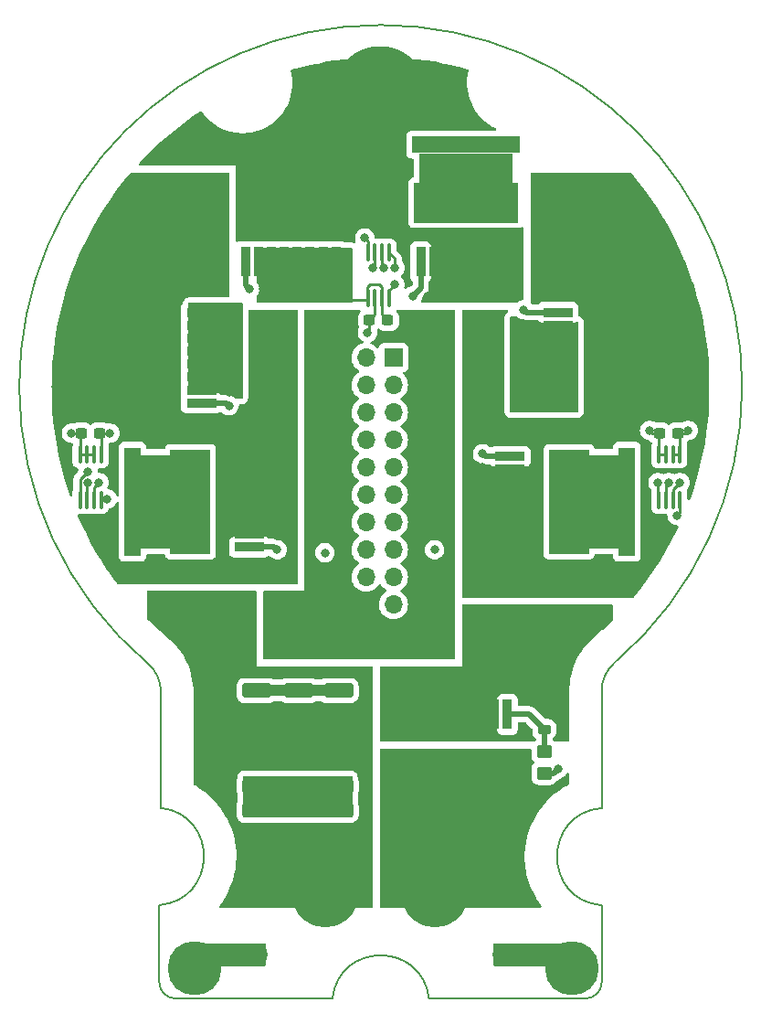
<source format=gbr>
%TF.GenerationSoftware,KiCad,Pcbnew,7.0.1*%
%TF.CreationDate,2023-12-14T23:22:24+03:00*%
%TF.ProjectId,_______ _____,21383b3e-3230-44f2-903f-3b3042302e6b,rev?*%
%TF.SameCoordinates,Original*%
%TF.FileFunction,Copper,L1,Top*%
%TF.FilePolarity,Positive*%
%FSLAX46Y46*%
G04 Gerber Fmt 4.6, Leading zero omitted, Abs format (unit mm)*
G04 Created by KiCad (PCBNEW 7.0.1) date 2023-12-14 23:22:24*
%MOMM*%
%LPD*%
G01*
G04 APERTURE LIST*
G04 Aperture macros list*
%AMRoundRect*
0 Rectangle with rounded corners*
0 $1 Rounding radius*
0 $2 $3 $4 $5 $6 $7 $8 $9 X,Y pos of 4 corners*
0 Add a 4 corners polygon primitive as box body*
4,1,4,$2,$3,$4,$5,$6,$7,$8,$9,$2,$3,0*
0 Add four circle primitives for the rounded corners*
1,1,$1+$1,$2,$3*
1,1,$1+$1,$4,$5*
1,1,$1+$1,$6,$7*
1,1,$1+$1,$8,$9*
0 Add four rect primitives between the rounded corners*
20,1,$1+$1,$2,$3,$4,$5,0*
20,1,$1+$1,$4,$5,$6,$7,0*
20,1,$1+$1,$6,$7,$8,$9,0*
20,1,$1+$1,$8,$9,$2,$3,0*%
G04 Aperture macros list end*
%TA.AperFunction,SMDPad,CuDef*%
%ADD10RoundRect,0.250000X1.100000X-0.412500X1.100000X0.412500X-1.100000X0.412500X-1.100000X-0.412500X0*%
%TD*%
%TA.AperFunction,ComponentPad*%
%ADD11C,8.200000*%
%TD*%
%TA.AperFunction,SMDPad,CuDef*%
%ADD12R,2.800000X0.900000*%
%TD*%
%TA.AperFunction,SMDPad,CuDef*%
%ADD13R,1.550000X10.100000*%
%TD*%
%TA.AperFunction,SMDPad,CuDef*%
%ADD14R,2.750000X8.700000*%
%TD*%
%TA.AperFunction,SMDPad,CuDef*%
%ADD15R,3.700000X9.700000*%
%TD*%
%TA.AperFunction,SMDPad,CuDef*%
%ADD16RoundRect,0.237500X-0.300000X-0.237500X0.300000X-0.237500X0.300000X0.237500X-0.300000X0.237500X0*%
%TD*%
%TA.AperFunction,ComponentPad*%
%ADD17C,6.000000*%
%TD*%
%TA.AperFunction,SMDPad,CuDef*%
%ADD18R,0.900000X2.800000*%
%TD*%
%TA.AperFunction,SMDPad,CuDef*%
%ADD19R,10.100000X1.550000*%
%TD*%
%TA.AperFunction,SMDPad,CuDef*%
%ADD20R,8.700000X2.750000*%
%TD*%
%TA.AperFunction,SMDPad,CuDef*%
%ADD21R,9.700000X3.700000*%
%TD*%
%TA.AperFunction,SMDPad,CuDef*%
%ADD22RoundRect,0.100000X0.100000X-0.712500X0.100000X0.712500X-0.100000X0.712500X-0.100000X-0.712500X0*%
%TD*%
%TA.AperFunction,ComponentPad*%
%ADD23R,1.700000X1.700000*%
%TD*%
%TA.AperFunction,ComponentPad*%
%ADD24O,1.700000X1.700000*%
%TD*%
%TA.AperFunction,ComponentPad*%
%ADD25C,2.000000*%
%TD*%
%TA.AperFunction,SMDPad,CuDef*%
%ADD26RoundRect,0.100000X-0.100000X0.712500X-0.100000X-0.712500X0.100000X-0.712500X0.100000X0.712500X0*%
%TD*%
%TA.AperFunction,SMDPad,CuDef*%
%ADD27RoundRect,0.250000X-1.100000X0.412500X-1.100000X-0.412500X1.100000X-0.412500X1.100000X0.412500X0*%
%TD*%
%TA.AperFunction,SMDPad,CuDef*%
%ADD28RoundRect,0.249999X-0.450001X-1.425001X0.450001X-1.425001X0.450001X1.425001X-0.450001X1.425001X0*%
%TD*%
%TA.AperFunction,ComponentPad*%
%ADD29C,5.000000*%
%TD*%
%TA.AperFunction,SMDPad,CuDef*%
%ADD30RoundRect,0.225000X0.375000X-0.225000X0.375000X0.225000X-0.375000X0.225000X-0.375000X-0.225000X0*%
%TD*%
%TA.AperFunction,SMDPad,CuDef*%
%ADD31RoundRect,0.250000X-0.450000X0.350000X-0.450000X-0.350000X0.450000X-0.350000X0.450000X0.350000X0*%
%TD*%
%TA.AperFunction,ViaPad*%
%ADD32C,0.800000*%
%TD*%
%TA.AperFunction,Conductor*%
%ADD33C,0.500000*%
%TD*%
%TA.AperFunction,Conductor*%
%ADD34C,0.250000*%
%TD*%
%TA.AperFunction,Conductor*%
%ADD35C,1.000000*%
%TD*%
%TA.AperFunction,Profile*%
%ADD36C,0.200000*%
%TD*%
G04 APERTURE END LIST*
D10*
%TO.P,C12,1*%
%TO.N,Shunt_1*%
X141977000Y-96690500D03*
%TO.P,C12,2*%
%TO.N,GND*%
X141977000Y-93565500D03*
%TD*%
D11*
%TO.P,J7,1,Pin_1*%
%TO.N,C*%
X123562000Y-52583000D03*
%TD*%
%TO.P,J5,1,Pin_1*%
%TO.N,A*%
X168012000Y-52583000D03*
%TD*%
D10*
%TO.P,C13,1*%
%TO.N,Shunt_1*%
X141977000Y-107778000D03*
%TO.P,C13,2*%
%TO.N,GND*%
X141977000Y-104653000D03*
%TD*%
D12*
%TO.P,Q7,1,G*%
%TO.N,G6*%
X129272000Y-66943000D03*
%TO.P,Q7,2,S*%
%TO.N,GND*%
X129272000Y-65743000D03*
X129272000Y-64543000D03*
X129272000Y-63343000D03*
X129272000Y-62143000D03*
X129272000Y-60943000D03*
X129272000Y-59743000D03*
X129272000Y-58543000D03*
D13*
%TO.P,Q7,3,D*%
%TO.N,C*%
X118422000Y-62743000D03*
D14*
X120572000Y-62743000D03*
D15*
X123797000Y-62743000D03*
%TD*%
D16*
%TO.P,C47,1*%
%TO.N,+3.3V*%
X144797500Y-59267500D03*
%TO.P,C47,2*%
%TO.N,GND*%
X146522500Y-59267500D03*
%TD*%
D10*
%TO.P,C10,1*%
%TO.N,Shunt_1*%
X138167000Y-107778000D03*
%TO.P,C10,2*%
%TO.N,GND*%
X138167000Y-104653000D03*
%TD*%
D17*
%TO.P,J3,1,Pin_1*%
%TO.N,Shunt_1*%
X140707000Y-112543000D03*
%TD*%
D18*
%TO.P,Q1,1,G*%
%TO.N,Net-(D1-K)*%
X157607000Y-95768000D03*
%TO.P,Q1,2,S*%
%TO.N,GND*%
X156407000Y-95768000D03*
X155207000Y-95768000D03*
X154007000Y-95768000D03*
X152807000Y-95768000D03*
X151607000Y-95768000D03*
X150407000Y-95768000D03*
X149207000Y-95768000D03*
D19*
%TO.P,Q1,3,D*%
%TO.N,Net-(J2-Pin_1)*%
X153407000Y-106618000D03*
D20*
X153407000Y-104468000D03*
D21*
X153407000Y-101243000D03*
%TD*%
D22*
%TO.P,D2,1,SDA*%
%TO.N,SDA_MCU*%
X171650000Y-75904500D03*
%TO.P,D2,2,SCL*%
%TO.N,SCL_MCU*%
X172300000Y-75904500D03*
%TO.P,D2,3,~{OS}/INT*%
%TO.N,~{OS}_MCU*%
X172950000Y-75904500D03*
%TO.P,D2,4,GND*%
%TO.N,GND*%
X173600000Y-75904500D03*
%TO.P,D2,5,A2*%
X173600000Y-71679500D03*
%TO.P,D2,6,A1*%
X172950000Y-71679500D03*
%TO.P,D2,7,A0*%
%TO.N,+3.3V*%
X172300000Y-71679500D03*
%TO.P,D2,8,VDD*%
X171650000Y-71679500D03*
%TD*%
D10*
%TO.P,C35,1*%
%TO.N,Shunt_1*%
X134357000Y-96690500D03*
%TO.P,C35,2*%
%TO.N,GND*%
X134357000Y-93565500D03*
%TD*%
D23*
%TO.P,J4,1,Pin_1*%
%TO.N,+3.3V*%
X147057000Y-62743000D03*
D24*
%TO.P,J4,2,Pin_2*%
%TO.N,~{OS}_MCU*%
X144517000Y-62743000D03*
%TO.P,J4,3,Pin_3*%
%TO.N,G3*%
X147057000Y-65283000D03*
%TO.P,J4,4,Pin_4*%
%TO.N,SCL_MCU*%
X144517000Y-65283000D03*
%TO.P,J4,5,Pin_5*%
%TO.N,B*%
X147057000Y-67823000D03*
%TO.P,J4,6,Pin_6*%
%TO.N,SDA_MCU*%
X144517000Y-67823000D03*
%TO.P,J4,7,Pin_7*%
%TO.N,G2*%
X147057000Y-70363000D03*
%TO.P,J4,8,Pin_8*%
%TO.N,G4*%
X144517000Y-70363000D03*
%TO.P,J4,9,Pin_9*%
%TO.N,GND*%
X147057000Y-72903000D03*
%TO.P,J4,10,Pin_10*%
X144517000Y-72903000D03*
%TO.P,J4,11,Pin_11*%
%TO.N,G1*%
X147057000Y-75443000D03*
%TO.P,J4,12,Pin_12*%
%TO.N,G6*%
X144517000Y-75443000D03*
%TO.P,J4,13,Pin_13*%
%TO.N,A*%
X147057000Y-77983000D03*
%TO.P,J4,14,Pin_14*%
%TO.N,C*%
X144517000Y-77983000D03*
%TO.P,J4,15,Pin_15*%
%TO.N,GND*%
X147057000Y-80523000D03*
%TO.P,J4,16,Pin_16*%
%TO.N,G5*%
X144517000Y-80523000D03*
%TO.P,J4,17,Pin_17*%
%TO.N,Shunt_1*%
X147057000Y-83063000D03*
%TO.P,J4,18,Pin_18*%
%TO.N,GND*%
X144517000Y-83063000D03*
%TO.P,J4,19,Pin_19*%
%TO.N,Shunt_1*%
X147057000Y-85603000D03*
%TO.P,J4,20,Pin_20*%
%TO.N,Shunt_2*%
X144517000Y-85603000D03*
%TD*%
D11*
%TO.P,J6,1,Pin_1*%
%TO.N,B*%
X145787000Y-37978000D03*
%TD*%
D12*
%TO.P,Q6,1,G*%
%TO.N,G5*%
X133717000Y-80278000D03*
%TO.P,Q6,2,S*%
%TO.N,C*%
X133717000Y-79078000D03*
X133717000Y-77878000D03*
X133717000Y-76678000D03*
X133717000Y-75478000D03*
X133717000Y-74278000D03*
X133717000Y-73078000D03*
X133717000Y-71878000D03*
D13*
%TO.P,Q6,3,D*%
%TO.N,Shunt_2*%
X122867000Y-76078000D03*
D14*
X125017000Y-76078000D03*
D15*
X128242000Y-76078000D03*
%TD*%
D25*
%TO.P,C7,1*%
%TO.N,Earth_Protective*%
X157217000Y-117998000D03*
%TO.P,C7,2*%
%TO.N,Net-(J2-Pin_1)*%
X157217000Y-110498000D03*
%TD*%
D26*
%TO.P,D3,1,SDA*%
%TO.N,SDA_MCU*%
X146635000Y-53010500D03*
%TO.P,D3,2,SCL*%
%TO.N,SCL_MCU*%
X145985000Y-53010500D03*
%TO.P,D3,3,~{OS}/INT*%
%TO.N,~{OS}_MCU*%
X145335000Y-53010500D03*
%TO.P,D3,4,GND*%
%TO.N,GND*%
X144685000Y-53010500D03*
%TO.P,D3,5,A2*%
X144685000Y-57235500D03*
%TO.P,D3,6,A1*%
%TO.N,+3.3V*%
X145335000Y-57235500D03*
%TO.P,D3,7,A0*%
%TO.N,GND*%
X145985000Y-57235500D03*
%TO.P,D3,8,VDD*%
%TO.N,+3.3V*%
X146635000Y-57235500D03*
%TD*%
D27*
%TO.P,C21,1*%
%TO.N,Shunt_1*%
X138167000Y-99280500D03*
%TO.P,C21,2*%
%TO.N,GND*%
X138167000Y-102405500D03*
%TD*%
D16*
%TO.P,C48,1*%
%TO.N,+3.3V*%
X118127500Y-69728000D03*
%TO.P,C48,2*%
%TO.N,GND*%
X119852500Y-69728000D03*
%TD*%
D17*
%TO.P,J2,1,Pin_1*%
%TO.N,Net-(J2-Pin_1)*%
X150867000Y-112543000D03*
%TD*%
D10*
%TO.P,C39,1*%
%TO.N,Shunt_1*%
X134357000Y-107778000D03*
%TO.P,C39,2*%
%TO.N,GND*%
X134357000Y-104653000D03*
%TD*%
D28*
%TO.P,R1,1*%
%TO.N,Shunt_1*%
X131307000Y-86873000D03*
%TO.P,R1,2*%
%TO.N,Shunt_2*%
X137407000Y-86873000D03*
%TD*%
D18*
%TO.P,Q5,1,G*%
%TO.N,G4*%
X133332000Y-53848000D03*
%TO.P,Q5,2,S*%
%TO.N,GND*%
X134532000Y-53848000D03*
X135732000Y-53848000D03*
X136932000Y-53848000D03*
X138132000Y-53848000D03*
X139332000Y-53848000D03*
X140532000Y-53848000D03*
X141732000Y-53848000D03*
D19*
%TO.P,Q5,3,D*%
%TO.N,B*%
X137532000Y-42998000D03*
D20*
X137532000Y-45148000D03*
D21*
X137532000Y-48373000D03*
%TD*%
D29*
%TO.P,H3,*%
%TO.N,Earth_Protective*%
X128642000Y-119258000D03*
%TD*%
D12*
%TO.P,Q3,1,G*%
%TO.N,G2*%
X162297000Y-58543000D03*
%TO.P,Q3,2,S*%
%TO.N,GND*%
X162297000Y-59743000D03*
X162297000Y-60943000D03*
X162297000Y-62143000D03*
X162297000Y-63343000D03*
X162297000Y-64543000D03*
X162297000Y-65743000D03*
X162297000Y-66943000D03*
D13*
%TO.P,Q3,3,D*%
%TO.N,A*%
X173147000Y-62743000D03*
D14*
X170997000Y-62743000D03*
D15*
X167772000Y-62743000D03*
%TD*%
D30*
%TO.P,D1,1,K*%
%TO.N,Net-(D1-K)*%
X161027000Y-97158000D03*
%TO.P,D1,2,A*%
%TO.N,GND*%
X161027000Y-93858000D03*
%TD*%
D27*
%TO.P,C45,1*%
%TO.N,Shunt_1*%
X141977000Y-99280500D03*
%TO.P,C45,2*%
%TO.N,GND*%
X141977000Y-102405500D03*
%TD*%
D25*
%TO.P,C8,1*%
%TO.N,Shunt_1*%
X134357000Y-110498000D03*
%TO.P,C8,2*%
%TO.N,Earth_Protective*%
X134357000Y-117998000D03*
%TD*%
D27*
%TO.P,C20,1*%
%TO.N,Shunt_1*%
X134357000Y-99280500D03*
%TO.P,C20,2*%
%TO.N,GND*%
X134357000Y-102405500D03*
%TD*%
D16*
%TO.P,C46,1*%
%TO.N,+3.3V*%
X171721500Y-69728000D03*
%TO.P,C46,2*%
%TO.N,GND*%
X173446500Y-69728000D03*
%TD*%
D31*
%TO.P,R2,1*%
%TO.N,Net-(D1-K)*%
X161027000Y-99208000D03*
%TO.P,R2,2*%
%TO.N,Shunt_1*%
X161027000Y-101208000D03*
%TD*%
D18*
%TO.P,Q4,1,G*%
%TO.N,G3*%
X149588000Y-53867000D03*
%TO.P,Q4,2,S*%
%TO.N,B*%
X150788000Y-53867000D03*
X151988000Y-53867000D03*
X153188000Y-53867000D03*
X154388000Y-53867000D03*
X155588000Y-53867000D03*
X156788000Y-53867000D03*
X157988000Y-53867000D03*
D19*
%TO.P,Q4,3,D*%
%TO.N,Shunt_2*%
X153788000Y-43017000D03*
D20*
X153788000Y-45167000D03*
D21*
X153788000Y-48392000D03*
%TD*%
D12*
%TO.P,Q2,1,G*%
%TO.N,G1*%
X157857000Y-71878000D03*
%TO.P,Q2,2,S*%
%TO.N,A*%
X157857000Y-73078000D03*
X157857000Y-74278000D03*
X157857000Y-75478000D03*
X157857000Y-76678000D03*
X157857000Y-77878000D03*
X157857000Y-79078000D03*
X157857000Y-80278000D03*
D13*
%TO.P,Q2,3,D*%
%TO.N,Shunt_2*%
X168707000Y-76078000D03*
D14*
X166557000Y-76078000D03*
D15*
X163332000Y-76078000D03*
%TD*%
D29*
%TO.P,H4,*%
%TO.N,Earth_Protective*%
X163567000Y-119258000D03*
%TD*%
D10*
%TO.P,C1,1*%
%TO.N,Shunt_1*%
X138294000Y-96690500D03*
%TO.P,C1,2*%
%TO.N,GND*%
X138294000Y-93565500D03*
%TD*%
D22*
%TO.P,D4,1,SDA*%
%TO.N,SDA_MCU*%
X118015000Y-75904500D03*
%TO.P,D4,2,SCL*%
%TO.N,SCL_MCU*%
X118665000Y-75904500D03*
%TO.P,D4,3,~{OS}/INT*%
%TO.N,~{OS}_MCU*%
X119315000Y-75904500D03*
%TO.P,D4,4,GND*%
%TO.N,GND*%
X119965000Y-75904500D03*
%TO.P,D4,5,A2*%
X119965000Y-71679500D03*
%TO.P,D4,6,A1*%
%TO.N,+3.3V*%
X119315000Y-71679500D03*
%TO.P,D4,7,A0*%
X118665000Y-71679500D03*
%TO.P,D4,8,VDD*%
X118015000Y-71679500D03*
%TD*%
D32*
%TO.N,G1*%
X155312000Y-71633000D03*
%TO.N,A*%
X173092000Y-64013000D03*
X155312000Y-74173000D03*
X166742000Y-60203000D03*
X169917000Y-61473000D03*
X155312000Y-75443000D03*
X169917000Y-65283000D03*
X155312000Y-76713000D03*
X169917000Y-60203000D03*
X166742000Y-65283000D03*
X169917000Y-64013000D03*
X166742000Y-62743000D03*
X169917000Y-62743000D03*
X166742000Y-66553000D03*
X173092000Y-58933000D03*
X166742000Y-58933000D03*
X173092000Y-62743000D03*
X173092000Y-61473000D03*
X155312000Y-72903000D03*
X155312000Y-80523000D03*
X173092000Y-65283000D03*
X155312000Y-79253000D03*
X173092000Y-66553000D03*
X173092000Y-60203000D03*
X155312000Y-77983000D03*
X166742000Y-64013000D03*
X166742000Y-61473000D03*
%TO.N,G2*%
X159122000Y-58298000D03*
%TO.N,GND*%
X141342000Y-56393000D03*
X159122000Y-90048000D03*
X159122000Y-67188000D03*
X159122000Y-59568000D03*
X160392000Y-87508000D03*
X173346000Y-77348000D03*
X131817000Y-60838000D03*
X159122000Y-64648000D03*
X155947000Y-86238000D03*
X131817000Y-59568000D03*
X161027000Y-88778000D03*
X157217000Y-86238000D03*
X161027000Y-86238000D03*
X120768000Y-69728000D03*
X159757000Y-88778000D03*
X142612000Y-56393000D03*
X120514000Y-75824000D03*
X144390000Y-51647500D03*
X161027000Y-92588000D03*
X136262000Y-103383000D03*
X161662000Y-87508000D03*
X154677000Y-86238000D03*
X159757000Y-91318000D03*
X131817000Y-63378000D03*
X174362000Y-69474000D03*
X162297000Y-86238000D03*
X159122000Y-63378000D03*
X136262000Y-93565500D03*
X131817000Y-62108000D03*
X131817000Y-64648000D03*
X138802000Y-56393000D03*
X140122800Y-93553200D03*
X131817000Y-58298000D03*
X137532000Y-56393000D03*
X140072000Y-103383000D03*
X158487000Y-86238000D03*
X159122000Y-60838000D03*
X140072000Y-56393000D03*
X159757000Y-92588000D03*
X161027000Y-91318000D03*
X131817000Y-65918000D03*
X134992000Y-56393000D03*
X159757000Y-86238000D03*
X159122000Y-65918000D03*
X160392000Y-90048000D03*
X159122000Y-62108000D03*
X136262000Y-56393000D03*
%TO.N,G3*%
X148835000Y-57028000D03*
%TO.N,B*%
X134992000Y-46233000D03*
X140072000Y-49408000D03*
X138802000Y-46233000D03*
X137532000Y-43058000D03*
X136262000Y-43058000D03*
X133722000Y-49408000D03*
X133722000Y-43058000D03*
X136262000Y-46233000D03*
X140072000Y-43058000D03*
X154042000Y-57028000D03*
X136262000Y-49408000D03*
X150232000Y-57028000D03*
X151502000Y-57028000D03*
X140072000Y-46233000D03*
X138802000Y-43058000D03*
X157852000Y-57028000D03*
X134992000Y-49408000D03*
X137532000Y-49408000D03*
X138802000Y-49408000D03*
X155312000Y-57028000D03*
X134992000Y-43058000D03*
X137532000Y-46233000D03*
X141342000Y-49408000D03*
X156582000Y-57028000D03*
X141342000Y-43058000D03*
X152772000Y-57028000D03*
%TO.N,G4*%
X133722000Y-56393000D03*
%TO.N,G5*%
X136262000Y-80523000D03*
%TO.N,C*%
X136262000Y-76713000D03*
X124832000Y-64013000D03*
X136262000Y-79253000D03*
X124832000Y-62743000D03*
X124832000Y-61473000D03*
X121657000Y-64013000D03*
X121657000Y-61473000D03*
X118482000Y-62743000D03*
X118482000Y-61473000D03*
X136262000Y-74173000D03*
X118482000Y-65283000D03*
X124832000Y-58933000D03*
X118482000Y-58933000D03*
X118482000Y-60203000D03*
X124832000Y-60203000D03*
X124832000Y-65283000D03*
X121657000Y-62743000D03*
X136262000Y-71633000D03*
X121657000Y-65283000D03*
X118482000Y-66553000D03*
X124832000Y-66553000D03*
X121657000Y-60203000D03*
X136262000Y-72903000D03*
X136262000Y-75443000D03*
X136262000Y-77983000D03*
X118482000Y-64013000D03*
%TO.N,G6*%
X131817000Y-67188000D03*
%TO.N,Shunt_1*%
X131182000Y-91953000D03*
X140072000Y-99573000D03*
X162297000Y-100843000D03*
X140072000Y-98303000D03*
X131182000Y-89413000D03*
X143882000Y-91953000D03*
X136262000Y-99573000D03*
X131182000Y-90683000D03*
X143882000Y-98303000D03*
X140707000Y-80802500D03*
X131182000Y-93223000D03*
X150867000Y-80523000D03*
X143882000Y-99573000D03*
X133087000Y-85603000D03*
X136262000Y-98303000D03*
X129277000Y-85603000D03*
%TO.N,Shunt_2*%
X141342000Y-71633000D03*
X150486000Y-63378000D03*
X153788000Y-46233000D03*
X122927000Y-79888000D03*
X165472000Y-76078000D03*
X149978000Y-49408000D03*
X122927000Y-73538000D03*
X168647000Y-72268000D03*
X156328000Y-46233000D03*
X155058000Y-49408000D03*
X162297000Y-72268000D03*
X140072000Y-70363000D03*
X153788000Y-43058000D03*
X126102000Y-76078000D03*
X165472000Y-78618000D03*
X150867000Y-62108000D03*
X151502000Y-60838000D03*
X122927000Y-72268000D03*
X168647000Y-73538000D03*
X129277000Y-72268000D03*
X140072000Y-59568000D03*
X126102000Y-73538000D03*
X162297000Y-78618000D03*
X168647000Y-78618000D03*
X122927000Y-77348000D03*
X152518000Y-49408000D03*
X129277000Y-79888000D03*
X165472000Y-77348000D03*
X151248000Y-46233000D03*
X129277000Y-76078000D03*
X156328000Y-49408000D03*
X126102000Y-78618000D03*
X151248000Y-43058000D03*
X152518000Y-46233000D03*
X156328000Y-43058000D03*
X168647000Y-77348000D03*
X162297000Y-73538000D03*
X149978000Y-43058000D03*
X122927000Y-78618000D03*
X151502000Y-63378000D03*
X126102000Y-77348000D03*
X129277000Y-77348000D03*
X162297000Y-76078000D03*
X157598000Y-49408000D03*
X155058000Y-46233000D03*
X140072000Y-65283000D03*
X152137000Y-62108000D03*
X150486000Y-60838000D03*
X140707000Y-60838000D03*
X162297000Y-79888000D03*
X151248000Y-49408000D03*
X152137000Y-59568000D03*
X141342000Y-59568000D03*
X122927000Y-76078000D03*
X150994000Y-59568000D03*
X157598000Y-43058000D03*
X168647000Y-79888000D03*
X162297000Y-74808000D03*
X129277000Y-73538000D03*
X155058000Y-43058000D03*
X129277000Y-78618000D03*
X126102000Y-74808000D03*
X165472000Y-74808000D03*
X162297000Y-77348000D03*
X165472000Y-73538000D03*
X152518000Y-43058000D03*
X122927000Y-74808000D03*
X141977000Y-60838000D03*
X141342000Y-66553000D03*
X168647000Y-74808000D03*
X168647000Y-76078000D03*
X129277000Y-74808000D03*
X153788000Y-49408000D03*
%TO.N,+3.3V*%
X117212000Y-69728000D03*
X147184000Y-55965500D03*
X170803816Y-69475092D03*
X144644000Y-60410500D03*
%TO.N,~{OS}_MCU*%
X145152000Y-54441500D03*
X173600000Y-74300000D03*
X119752000Y-74300000D03*
%TO.N,SCL_MCU*%
X172579701Y-74295701D03*
X146168000Y-54441500D03*
X118736000Y-74300000D03*
%TO.N,SDA_MCU*%
X118727048Y-73275049D03*
X171568000Y-74300000D03*
X147184000Y-54441500D03*
%TD*%
D33*
%TO.N,G1*%
X157857000Y-71878000D02*
X155557000Y-71878000D01*
X155557000Y-71878000D02*
X155312000Y-71633000D01*
%TO.N,G2*%
X159367000Y-58543000D02*
X159122000Y-58298000D01*
X162297000Y-58543000D02*
X159367000Y-58543000D01*
D34*
%TO.N,GND*%
X174108000Y-69728000D02*
X174362000Y-69474000D01*
X145985000Y-56186750D02*
X145763750Y-55965500D01*
X142612000Y-56393000D02*
X142612000Y-57028000D01*
X142993000Y-57409000D02*
X144511500Y-57409000D01*
X144511500Y-57409000D02*
X144685000Y-57235500D01*
D35*
X141977000Y-93565500D02*
X140110500Y-93565500D01*
D34*
X120433500Y-75904500D02*
X120514000Y-75824000D01*
X142612000Y-57028000D02*
X142993000Y-57409000D01*
X172950000Y-71679500D02*
X173600000Y-71679500D01*
D35*
X134357000Y-93565500D02*
X138294000Y-93565500D01*
D34*
X144685000Y-51942500D02*
X144390000Y-51647500D01*
X173600000Y-71679500D02*
X173600000Y-69881500D01*
X173600000Y-69881500D02*
X173446500Y-69728000D01*
X119852500Y-69728000D02*
X120768000Y-69728000D01*
D35*
X134357000Y-93565500D02*
X136262000Y-93565500D01*
D34*
X173600000Y-75904500D02*
X173600000Y-77094000D01*
X144898000Y-55965500D02*
X144644000Y-56219500D01*
X119965000Y-71679500D02*
X119965000Y-69840500D01*
X145985000Y-57235500D02*
X145985000Y-56186750D01*
X145985000Y-58730000D02*
X146522500Y-59267500D01*
X173446500Y-69728000D02*
X174108000Y-69728000D01*
X145985000Y-57235500D02*
X145985000Y-58730000D01*
X119965000Y-75904500D02*
X120433500Y-75904500D01*
X144644000Y-56219500D02*
X144644000Y-57194500D01*
X145763750Y-55965500D02*
X144898000Y-55965500D01*
X144685000Y-53010500D02*
X144685000Y-51942500D01*
X144644000Y-57194500D02*
X144685000Y-57235500D01*
D35*
X140033500Y-93565500D02*
X138294000Y-93565500D01*
D34*
X119965000Y-69840500D02*
X119852500Y-69728000D01*
X173600000Y-77094000D02*
X173346000Y-77348000D01*
D33*
%TO.N,G3*%
X149588000Y-53867000D02*
X149588000Y-56275000D01*
X149588000Y-56275000D02*
X148835000Y-57028000D01*
%TO.N,G4*%
X133332000Y-53848000D02*
X133332000Y-56003000D01*
X133332000Y-56003000D02*
X133722000Y-56393000D01*
%TO.N,G5*%
X136017000Y-80278000D02*
X136262000Y-80523000D01*
X133717000Y-80278000D02*
X136017000Y-80278000D01*
%TO.N,G6*%
X129272000Y-66943000D02*
X131572000Y-66943000D01*
X131572000Y-66943000D02*
X131817000Y-67188000D01*
%TO.N,Shunt_1*%
X161932000Y-101208000D02*
X161027000Y-101208000D01*
X162297000Y-100843000D02*
X161932000Y-101208000D01*
D34*
%TO.N,+3.3V*%
X118127500Y-69728000D02*
X117212000Y-69728000D01*
X119315000Y-71679500D02*
X118665000Y-71679500D01*
X144644000Y-60410500D02*
X144797500Y-60257000D01*
X171056724Y-69728000D02*
X170803816Y-69475092D01*
X146635000Y-56514500D02*
X146635000Y-57235500D01*
X171721500Y-69728000D02*
X171056724Y-69728000D01*
X171650000Y-71679500D02*
X171650000Y-69799500D01*
X145335000Y-58730000D02*
X144797500Y-59267500D01*
X144797500Y-60257000D02*
X144797500Y-59267500D01*
X171650000Y-69799500D02*
X171721500Y-69728000D01*
X118015000Y-69840500D02*
X118127500Y-69728000D01*
X172300000Y-71679500D02*
X171650000Y-71679500D01*
X145335000Y-57235500D02*
X145335000Y-58730000D01*
X118665000Y-71679500D02*
X118015000Y-71679500D01*
X118015000Y-71679500D02*
X118015000Y-69840500D01*
X147184000Y-55965500D02*
X146635000Y-56514500D01*
%TO.N,~{OS}_MCU*%
X173600000Y-74300000D02*
X172950000Y-74950000D01*
X145335000Y-53010500D02*
X145335000Y-54258500D01*
X119315000Y-75904500D02*
X119315000Y-74737000D01*
X145335000Y-54258500D02*
X145152000Y-54441500D01*
X172950000Y-74950000D02*
X172950000Y-75904500D01*
X119315000Y-74737000D02*
X119752000Y-74300000D01*
%TO.N,SCL_MCU*%
X118665000Y-74371000D02*
X118736000Y-74300000D01*
X145985000Y-53010500D02*
X145985000Y-54258500D01*
X145985000Y-54258500D02*
X146168000Y-54441500D01*
X172300000Y-74575402D02*
X172579701Y-74295701D01*
X172300000Y-75904500D02*
X172300000Y-74575402D01*
X118665000Y-75904500D02*
X118665000Y-74371000D01*
D33*
%TO.N,Net-(D1-K)*%
X161027000Y-99208000D02*
X161027000Y-97158000D01*
X157607000Y-95768000D02*
X159637000Y-95768000D01*
X159637000Y-95768000D02*
X161027000Y-97158000D01*
D34*
%TO.N,SDA_MCU*%
X171568000Y-74300000D02*
X171568000Y-75822500D01*
X171568000Y-75822500D02*
X171650000Y-75904500D01*
X146635000Y-53010500D02*
X147184000Y-53559500D01*
X147184000Y-53559500D02*
X147184000Y-54441500D01*
X118011000Y-73991097D02*
X118011000Y-75900500D01*
X118011000Y-75900500D02*
X118015000Y-75904500D01*
X118727048Y-73275049D02*
X118011000Y-73991097D01*
%TD*%
%TA.AperFunction,Conductor*%
%TO.N,GND*%
G36*
X133025000Y-57679613D02*
G01*
X133070387Y-57725000D01*
X133087000Y-57787000D01*
X133087000Y-66429000D01*
X133070387Y-66491000D01*
X133025000Y-66536387D01*
X132963000Y-66553000D01*
X132512194Y-66553000D01*
X132461758Y-66542280D01*
X132433930Y-66522061D01*
X132433415Y-66522772D01*
X132269732Y-66403849D01*
X132154445Y-66352520D01*
X132096803Y-66326856D01*
X132053866Y-66317729D01*
X131981444Y-66302335D01*
X131954821Y-66293427D01*
X131900705Y-66268192D01*
X131897461Y-66266621D01*
X131829309Y-66232395D01*
X131810903Y-66225997D01*
X131736211Y-66210574D01*
X131732692Y-66209794D01*
X131658490Y-66192208D01*
X131639121Y-66190229D01*
X131562869Y-66192448D01*
X131559263Y-66192500D01*
X131134320Y-66192500D01*
X131078815Y-66179384D01*
X131035053Y-66142811D01*
X131029546Y-66135454D01*
X130914331Y-66049204D01*
X130779483Y-65998909D01*
X130719873Y-65992500D01*
X130719869Y-65992500D01*
X130719835Y-65992500D01*
X128130999Y-65992500D01*
X128069000Y-65975888D01*
X128023613Y-65930501D01*
X128007000Y-65868501D01*
X128007000Y-57787000D01*
X128023613Y-57725000D01*
X128069000Y-57679613D01*
X128131000Y-57663000D01*
X132963000Y-57663000D01*
X133025000Y-57679613D01*
G37*
%TD.AperFunction*%
%TD*%
%TA.AperFunction,Conductor*%
%TO.N,GND*%
G36*
X143185000Y-52599613D02*
G01*
X143230387Y-52645000D01*
X143247000Y-52707000D01*
X143247000Y-57539000D01*
X143230387Y-57601000D01*
X143185000Y-57646387D01*
X143123000Y-57663000D01*
X134481000Y-57663000D01*
X134419000Y-57646387D01*
X134373613Y-57601000D01*
X134357000Y-57539000D01*
X134357000Y-57081136D01*
X134365236Y-57036698D01*
X134388851Y-56998163D01*
X134454533Y-56925216D01*
X134549179Y-56761284D01*
X134549179Y-56761283D01*
X134607674Y-56581256D01*
X134627460Y-56393000D01*
X134607674Y-56204744D01*
X134571924Y-56094718D01*
X134549179Y-56024715D01*
X134454533Y-55860783D01*
X134388851Y-55787837D01*
X134365236Y-55749302D01*
X134357000Y-55704864D01*
X134357000Y-52707000D01*
X134373613Y-52645000D01*
X134419000Y-52599613D01*
X134481000Y-52583000D01*
X143123000Y-52583000D01*
X143185000Y-52599613D01*
G37*
%TD.AperFunction*%
%TD*%
%TA.AperFunction,Conductor*%
%TO.N,Shunt_2*%
G36*
X143942742Y-58311515D02*
G01*
X143986765Y-58349115D01*
X144008920Y-58402602D01*
X144004378Y-58460318D01*
X143974128Y-58509681D01*
X143914661Y-58569147D01*
X143824091Y-58715984D01*
X143769825Y-58879746D01*
X143759500Y-58980823D01*
X143759500Y-59554176D01*
X143769825Y-59655252D01*
X143824092Y-59819017D01*
X143848040Y-59857843D01*
X143866488Y-59921135D01*
X143849889Y-59984937D01*
X143816821Y-60042214D01*
X143758326Y-60222242D01*
X143738540Y-60410499D01*
X143758326Y-60598757D01*
X143816820Y-60778784D01*
X143911466Y-60942716D01*
X144038129Y-61083389D01*
X144191267Y-61194650D01*
X144204375Y-61200486D01*
X144251919Y-61237765D01*
X144276203Y-61293086D01*
X144271463Y-61353317D01*
X144238824Y-61404158D01*
X144186034Y-61433541D01*
X144053335Y-61469097D01*
X143839170Y-61568965D01*
X143645598Y-61704505D01*
X143478505Y-61871598D01*
X143342965Y-62065170D01*
X143243097Y-62279336D01*
X143181936Y-62507592D01*
X143161340Y-62742999D01*
X143181936Y-62978407D01*
X143226709Y-63145501D01*
X143243097Y-63206663D01*
X143342965Y-63420830D01*
X143478505Y-63614401D01*
X143645599Y-63781495D01*
X143831160Y-63911426D01*
X143870024Y-63955743D01*
X143884035Y-64013000D01*
X143870024Y-64070257D01*
X143831159Y-64114575D01*
X143800738Y-64135875D01*
X143743958Y-64175634D01*
X143645595Y-64244508D01*
X143478505Y-64411598D01*
X143342965Y-64605170D01*
X143243097Y-64819336D01*
X143181936Y-65047592D01*
X143161340Y-65283000D01*
X143181936Y-65518407D01*
X143226709Y-65685502D01*
X143243097Y-65746663D01*
X143342965Y-65960830D01*
X143478505Y-66154401D01*
X143645599Y-66321495D01*
X143831160Y-66451426D01*
X143870024Y-66495743D01*
X143884035Y-66553000D01*
X143870024Y-66610257D01*
X143831160Y-66654574D01*
X143703804Y-66743750D01*
X143645595Y-66784508D01*
X143478505Y-66951598D01*
X143342965Y-67145170D01*
X143243097Y-67359336D01*
X143181936Y-67587592D01*
X143161340Y-67822999D01*
X143181936Y-68058407D01*
X143222693Y-68210515D01*
X143243097Y-68286663D01*
X143342965Y-68500830D01*
X143478505Y-68694401D01*
X143645599Y-68861495D01*
X143831160Y-68991426D01*
X143870024Y-69035743D01*
X143884035Y-69093000D01*
X143870024Y-69150257D01*
X143831159Y-69194575D01*
X143645595Y-69324508D01*
X143478505Y-69491598D01*
X143342965Y-69685170D01*
X143243097Y-69899336D01*
X143181936Y-70127592D01*
X143161340Y-70363000D01*
X143181936Y-70598407D01*
X143217866Y-70732500D01*
X143243097Y-70826663D01*
X143342965Y-71040830D01*
X143478505Y-71234401D01*
X143645599Y-71401495D01*
X143831160Y-71531426D01*
X143870024Y-71575743D01*
X143884035Y-71633000D01*
X143870024Y-71690257D01*
X143831159Y-71734575D01*
X143645595Y-71864508D01*
X143478505Y-72031598D01*
X143342965Y-72225170D01*
X143243097Y-72439336D01*
X143181936Y-72667592D01*
X143161340Y-72902999D01*
X143181936Y-73138407D01*
X143226709Y-73305502D01*
X143243097Y-73366663D01*
X143342965Y-73580830D01*
X143478505Y-73774401D01*
X143645599Y-73941495D01*
X143831160Y-74071426D01*
X143870024Y-74115743D01*
X143884035Y-74173000D01*
X143870024Y-74230257D01*
X143831159Y-74274575D01*
X143645595Y-74404508D01*
X143478505Y-74571598D01*
X143342965Y-74765170D01*
X143243097Y-74979336D01*
X143181936Y-75207592D01*
X143161340Y-75443000D01*
X143181936Y-75678407D01*
X143226709Y-75845501D01*
X143243097Y-75906663D01*
X143342965Y-76120830D01*
X143478505Y-76314401D01*
X143645599Y-76481495D01*
X143831160Y-76611426D01*
X143870024Y-76655743D01*
X143884035Y-76713000D01*
X143870024Y-76770257D01*
X143831159Y-76814575D01*
X143645595Y-76944508D01*
X143478505Y-77111598D01*
X143342965Y-77305170D01*
X143243097Y-77519336D01*
X143181936Y-77747592D01*
X143161340Y-77983000D01*
X143181936Y-78218407D01*
X143224129Y-78375872D01*
X143243097Y-78446663D01*
X143342965Y-78660830D01*
X143478505Y-78854401D01*
X143645599Y-79021495D01*
X143831160Y-79151426D01*
X143870024Y-79195743D01*
X143884035Y-79253000D01*
X143870024Y-79310257D01*
X143831159Y-79354575D01*
X143645595Y-79484508D01*
X143478505Y-79651598D01*
X143342965Y-79845170D01*
X143243097Y-80059336D01*
X143181936Y-80287592D01*
X143161340Y-80523000D01*
X143181936Y-80758407D01*
X143226709Y-80925502D01*
X143243097Y-80986663D01*
X143342965Y-81200830D01*
X143478505Y-81394401D01*
X143645599Y-81561495D01*
X143831160Y-81691426D01*
X143870024Y-81735743D01*
X143884035Y-81793000D01*
X143870024Y-81850257D01*
X143831159Y-81894575D01*
X143645595Y-82024508D01*
X143478505Y-82191598D01*
X143342965Y-82385170D01*
X143243097Y-82599336D01*
X143181936Y-82827592D01*
X143161340Y-83063000D01*
X143181936Y-83298407D01*
X143226709Y-83465502D01*
X143243097Y-83526663D01*
X143342965Y-83740830D01*
X143478505Y-83934401D01*
X143645599Y-84101495D01*
X143839170Y-84237035D01*
X144053337Y-84336903D01*
X144281592Y-84398063D01*
X144517000Y-84418659D01*
X144752408Y-84398063D01*
X144980663Y-84336903D01*
X145194830Y-84237035D01*
X145388401Y-84101495D01*
X145555495Y-83934401D01*
X145685426Y-83748839D01*
X145729743Y-83709975D01*
X145787000Y-83695964D01*
X145844257Y-83709975D01*
X145888573Y-83748839D01*
X146018505Y-83934401D01*
X146185599Y-84101495D01*
X146371160Y-84231426D01*
X146410024Y-84275743D01*
X146424035Y-84333000D01*
X146410024Y-84390257D01*
X146371159Y-84434575D01*
X146185595Y-84564508D01*
X146018505Y-84731598D01*
X145882965Y-84925170D01*
X145783097Y-85139336D01*
X145721936Y-85367592D01*
X145701340Y-85602999D01*
X145721936Y-85838407D01*
X145766709Y-86005501D01*
X145783097Y-86066663D01*
X145882965Y-86280830D01*
X146018505Y-86474401D01*
X146185599Y-86641495D01*
X146379170Y-86777035D01*
X146593337Y-86876903D01*
X146821592Y-86938063D01*
X147057000Y-86958659D01*
X147292408Y-86938063D01*
X147520663Y-86876903D01*
X147734830Y-86777035D01*
X147928401Y-86641495D01*
X148095495Y-86474401D01*
X148231035Y-86280830D01*
X148330903Y-86066663D01*
X148392063Y-85838408D01*
X148412659Y-85603000D01*
X148392063Y-85367592D01*
X148330903Y-85139337D01*
X148231035Y-84925171D01*
X148095495Y-84731599D01*
X147928401Y-84564505D01*
X147742839Y-84434573D01*
X147703975Y-84390257D01*
X147689964Y-84333000D01*
X147703975Y-84275743D01*
X147742839Y-84231426D01*
X147928401Y-84101495D01*
X148095495Y-83934401D01*
X148231035Y-83740830D01*
X148330903Y-83526663D01*
X148392063Y-83298408D01*
X148412659Y-83063000D01*
X148392063Y-82827592D01*
X148330903Y-82599337D01*
X148231035Y-82385171D01*
X148095495Y-82191599D01*
X147928401Y-82024505D01*
X147742839Y-81894573D01*
X147703975Y-81850257D01*
X147689964Y-81793000D01*
X147703975Y-81735743D01*
X147742839Y-81691426D01*
X147928401Y-81561495D01*
X148095495Y-81394401D01*
X148231035Y-81200830D01*
X148330903Y-80986663D01*
X148392063Y-80758408D01*
X148412659Y-80523000D01*
X148412659Y-80522999D01*
X149961540Y-80522999D01*
X149981326Y-80711257D01*
X150039820Y-80891284D01*
X150134466Y-81055216D01*
X150261129Y-81195889D01*
X150414269Y-81307151D01*
X150587197Y-81384144D01*
X150772352Y-81423500D01*
X150772354Y-81423500D01*
X150961646Y-81423500D01*
X150961648Y-81423500D01*
X151098547Y-81394401D01*
X151146803Y-81384144D01*
X151319730Y-81307151D01*
X151319730Y-81307150D01*
X151472870Y-81195889D01*
X151599533Y-81055216D01*
X151694179Y-80891284D01*
X151723027Y-80802499D01*
X151752674Y-80711256D01*
X151772460Y-80523000D01*
X151752674Y-80334744D01*
X151694179Y-80154716D01*
X151694179Y-80154715D01*
X151599533Y-79990783D01*
X151472870Y-79850110D01*
X151319730Y-79738848D01*
X151146802Y-79661855D01*
X150961648Y-79622500D01*
X150961646Y-79622500D01*
X150772354Y-79622500D01*
X150772352Y-79622500D01*
X150587197Y-79661855D01*
X150414269Y-79738848D01*
X150261129Y-79850110D01*
X150134466Y-79990783D01*
X150039820Y-80154715D01*
X149981326Y-80334742D01*
X149961540Y-80522999D01*
X148412659Y-80522999D01*
X148392063Y-80287592D01*
X148330903Y-80059337D01*
X148231035Y-79845171D01*
X148095495Y-79651599D01*
X147928401Y-79484505D01*
X147742839Y-79354573D01*
X147703975Y-79310257D01*
X147689964Y-79253000D01*
X147703975Y-79195743D01*
X147742839Y-79151426D01*
X147928401Y-79021495D01*
X148095495Y-78854401D01*
X148231035Y-78660830D01*
X148330903Y-78446663D01*
X148392063Y-78218408D01*
X148412659Y-77983000D01*
X148392063Y-77747592D01*
X148330903Y-77519337D01*
X148231035Y-77305171D01*
X148095495Y-77111599D01*
X147928401Y-76944505D01*
X147742839Y-76814573D01*
X147703975Y-76770257D01*
X147689964Y-76713000D01*
X147703975Y-76655743D01*
X147742839Y-76611426D01*
X147928401Y-76481495D01*
X148095495Y-76314401D01*
X148231035Y-76120830D01*
X148330903Y-75906663D01*
X148392063Y-75678408D01*
X148412659Y-75443000D01*
X148392063Y-75207592D01*
X148330903Y-74979337D01*
X148231035Y-74765171D01*
X148095495Y-74571599D01*
X147928401Y-74404505D01*
X147742839Y-74274573D01*
X147703975Y-74230257D01*
X147689964Y-74173000D01*
X147703975Y-74115743D01*
X147742839Y-74071426D01*
X147928401Y-73941495D01*
X148095495Y-73774401D01*
X148231035Y-73580830D01*
X148330903Y-73366663D01*
X148392063Y-73138408D01*
X148412659Y-72903000D01*
X148392063Y-72667592D01*
X148330903Y-72439337D01*
X148231035Y-72225171D01*
X148095495Y-72031599D01*
X147928401Y-71864505D01*
X147742839Y-71734573D01*
X147703976Y-71690257D01*
X147689965Y-71633000D01*
X147703976Y-71575743D01*
X147742839Y-71531426D01*
X147928401Y-71401495D01*
X148095495Y-71234401D01*
X148231035Y-71040830D01*
X148330903Y-70826663D01*
X148392063Y-70598408D01*
X148412659Y-70363000D01*
X148392063Y-70127592D01*
X148330903Y-69899337D01*
X148231035Y-69685171D01*
X148095495Y-69491599D01*
X147928401Y-69324505D01*
X147742839Y-69194573D01*
X147703974Y-69150255D01*
X147689964Y-69092999D01*
X147703975Y-69035742D01*
X147742837Y-68991428D01*
X147928401Y-68861495D01*
X148095495Y-68694401D01*
X148231035Y-68500830D01*
X148330903Y-68286663D01*
X148392063Y-68058408D01*
X148412659Y-67823000D01*
X148392063Y-67587592D01*
X148330903Y-67359337D01*
X148231035Y-67145171D01*
X148095495Y-66951599D01*
X147928401Y-66784505D01*
X147742839Y-66654573D01*
X147703974Y-66610255D01*
X147689964Y-66552999D01*
X147703975Y-66495742D01*
X147742837Y-66451428D01*
X147928401Y-66321495D01*
X148095495Y-66154401D01*
X148231035Y-65960830D01*
X148330903Y-65746663D01*
X148392063Y-65518408D01*
X148412659Y-65283000D01*
X148392063Y-65047592D01*
X148330903Y-64819337D01*
X148231035Y-64605171D01*
X148095495Y-64411599D01*
X147973568Y-64289672D01*
X147942273Y-64236927D01*
X147940084Y-64175634D01*
X147967537Y-64120789D01*
X148017916Y-64085810D01*
X148149331Y-64036796D01*
X148264546Y-63950546D01*
X148350796Y-63835331D01*
X148401091Y-63700483D01*
X148407500Y-63640873D01*
X148407499Y-61845128D01*
X148401091Y-61785517D01*
X148350796Y-61650669D01*
X148264546Y-61535454D01*
X148149331Y-61449204D01*
X148014483Y-61398909D01*
X147954873Y-61392500D01*
X147954869Y-61392500D01*
X146159130Y-61392500D01*
X146099515Y-61398909D01*
X145964669Y-61449204D01*
X145849454Y-61535454D01*
X145763204Y-61650669D01*
X145714189Y-61782083D01*
X145679209Y-61832462D01*
X145624365Y-61859915D01*
X145563072Y-61857726D01*
X145510326Y-61826430D01*
X145388404Y-61704508D01*
X145388404Y-61704507D01*
X145388401Y-61704505D01*
X145194830Y-61568965D01*
X144982874Y-61470128D01*
X144938641Y-61435445D01*
X144914265Y-61384796D01*
X144914756Y-61328588D01*
X144940012Y-61278372D01*
X144984842Y-61244467D01*
X145096730Y-61194651D01*
X145096730Y-61194650D01*
X145096732Y-61194650D01*
X145249870Y-61083389D01*
X145376533Y-60942716D01*
X145471179Y-60778784D01*
X145471178Y-60778784D01*
X145529674Y-60598756D01*
X145549460Y-60410500D01*
X145529674Y-60222244D01*
X145527226Y-60214712D01*
X145524583Y-60147448D01*
X145557476Y-60088713D01*
X145558347Y-60087841D01*
X145558350Y-60087840D01*
X145572320Y-60073869D01*
X145627905Y-60041777D01*
X145692093Y-60041777D01*
X145747680Y-60073871D01*
X145761647Y-60087838D01*
X145761649Y-60087839D01*
X145761650Y-60087840D01*
X145821917Y-60125013D01*
X145908484Y-60178408D01*
X146072246Y-60232674D01*
X146081614Y-60233631D01*
X146173323Y-60243000D01*
X146871676Y-60242999D01*
X146972753Y-60232674D01*
X147136516Y-60178408D01*
X147283350Y-60087840D01*
X147405340Y-59965850D01*
X147495908Y-59819016D01*
X147550174Y-59655253D01*
X147560500Y-59554177D01*
X147560499Y-58980824D01*
X147550174Y-58879747D01*
X147495908Y-58715984D01*
X147405340Y-58569150D01*
X147405339Y-58569149D01*
X147405338Y-58569147D01*
X147345872Y-58509681D01*
X147315622Y-58460318D01*
X147311080Y-58402602D01*
X147333235Y-58349115D01*
X147377258Y-58311515D01*
X147433553Y-58298000D01*
X152648000Y-58298000D01*
X152710000Y-58314613D01*
X152755387Y-58360000D01*
X152772000Y-58422000D01*
X152772000Y-90559000D01*
X152755387Y-90621000D01*
X152710000Y-90666387D01*
X152648000Y-90683000D01*
X135116000Y-90683000D01*
X135054000Y-90666387D01*
X135008613Y-90621000D01*
X134992000Y-90559000D01*
X134992000Y-84457000D01*
X135008613Y-84395000D01*
X135054000Y-84349613D01*
X135116000Y-84333000D01*
X138802000Y-84333000D01*
X138802000Y-80802499D01*
X139801540Y-80802499D01*
X139821326Y-80990757D01*
X139879820Y-81170784D01*
X139974466Y-81334716D01*
X140101129Y-81475389D01*
X140254269Y-81586651D01*
X140427197Y-81663644D01*
X140612352Y-81703000D01*
X140612354Y-81703000D01*
X140801646Y-81703000D01*
X140801648Y-81703000D01*
X140925084Y-81676762D01*
X140986803Y-81663644D01*
X141159730Y-81586651D01*
X141312871Y-81475388D01*
X141439533Y-81334716D01*
X141534179Y-81170784D01*
X141592674Y-80990756D01*
X141612460Y-80802500D01*
X141592674Y-80614244D01*
X141534179Y-80434216D01*
X141534179Y-80434215D01*
X141439533Y-80270283D01*
X141312870Y-80129610D01*
X141159730Y-80018348D01*
X140986802Y-79941355D01*
X140801648Y-79902000D01*
X140801646Y-79902000D01*
X140612354Y-79902000D01*
X140612352Y-79902000D01*
X140427197Y-79941355D01*
X140254269Y-80018348D01*
X140101129Y-80129610D01*
X139974466Y-80270283D01*
X139879820Y-80434215D01*
X139821326Y-80614242D01*
X139801540Y-80802499D01*
X138802000Y-80802499D01*
X138802000Y-58422000D01*
X138818613Y-58360000D01*
X138864000Y-58314613D01*
X138926000Y-58298000D01*
X143886447Y-58298000D01*
X143942742Y-58311515D01*
G37*
%TD.AperFunction*%
%TD*%
%TA.AperFunction,Conductor*%
%TO.N,Shunt_1*%
G36*
X134295000Y-84349613D02*
G01*
X134340387Y-84395000D01*
X134357000Y-84457000D01*
X134357000Y-91318000D01*
X145028000Y-91318000D01*
X145090000Y-91334613D01*
X145135387Y-91380000D01*
X145152000Y-91442000D01*
X145152000Y-113546000D01*
X145135387Y-113608000D01*
X145090000Y-113653387D01*
X145028000Y-113670000D01*
X131060674Y-113670000D01*
X130995931Y-113651756D01*
X130950239Y-113602392D01*
X130937044Y-113536434D01*
X130960228Y-113473291D01*
X131018306Y-113393058D01*
X131215971Y-113119988D01*
X131499937Y-112661951D01*
X131750410Y-112184774D01*
X131966108Y-111690903D01*
X132145926Y-111182867D01*
X132288941Y-110663270D01*
X132394422Y-110134774D01*
X132461828Y-109600086D01*
X132490814Y-109061946D01*
X132481230Y-108523112D01*
X132433127Y-107986343D01*
X132346750Y-107454391D01*
X132222543Y-106929979D01*
X132061141Y-106415796D01*
X131863372Y-105914476D01*
X131630248Y-105428587D01*
X131451431Y-105115508D01*
X132506500Y-105115508D01*
X132517000Y-105218296D01*
X132572186Y-105384834D01*
X132664288Y-105534157D01*
X132788342Y-105658211D01*
X132788344Y-105658212D01*
X132937666Y-105750314D01*
X133041207Y-105784624D01*
X133104202Y-105805499D01*
X133114703Y-105806571D01*
X133206991Y-105816000D01*
X135507008Y-105815999D01*
X135609797Y-105805499D01*
X135627015Y-105799793D01*
X135666017Y-105793500D01*
X136857983Y-105793500D01*
X136896984Y-105799793D01*
X136914203Y-105805499D01*
X137016991Y-105816000D01*
X139317008Y-105815999D01*
X139419797Y-105805499D01*
X139437015Y-105799793D01*
X139476017Y-105793500D01*
X140667983Y-105793500D01*
X140706984Y-105799793D01*
X140724203Y-105805499D01*
X140826991Y-105816000D01*
X143127008Y-105815999D01*
X143229797Y-105805499D01*
X143396334Y-105750314D01*
X143545656Y-105658212D01*
X143669712Y-105534156D01*
X143761814Y-105384834D01*
X143816999Y-105218297D01*
X143827500Y-105115509D01*
X143827499Y-104190492D01*
X143816999Y-104087703D01*
X143761814Y-103921166D01*
X143758794Y-103912052D01*
X143752500Y-103873048D01*
X143752500Y-103185452D01*
X143758794Y-103146448D01*
X143816999Y-102970797D01*
X143817119Y-102969619D01*
X143827500Y-102868009D01*
X143827499Y-101942992D01*
X143816999Y-101840203D01*
X143761814Y-101673666D01*
X143758794Y-101664552D01*
X143752500Y-101625548D01*
X143752500Y-101601999D01*
X143735275Y-101471169D01*
X143735275Y-101471166D01*
X143718662Y-101409166D01*
X143668163Y-101287250D01*
X143668162Y-101287249D01*
X143587829Y-101182557D01*
X143542442Y-101137170D01*
X143437749Y-101056836D01*
X143315838Y-101006339D01*
X143253830Y-100989724D01*
X143123001Y-100972500D01*
X143123000Y-100972500D01*
X133211000Y-100972500D01*
X133210999Y-100972500D01*
X133080169Y-100989724D01*
X133018161Y-101006339D01*
X132896250Y-101056836D01*
X132791557Y-101137170D01*
X132746170Y-101182557D01*
X132665836Y-101287250D01*
X132615339Y-101409161D01*
X132598724Y-101471169D01*
X132581500Y-101601999D01*
X132581500Y-101625548D01*
X132575206Y-101664552D01*
X132517000Y-101840202D01*
X132506500Y-101942990D01*
X132506500Y-102868008D01*
X132517000Y-102970796D01*
X132575206Y-103146448D01*
X132581500Y-103185452D01*
X132581500Y-103873048D01*
X132575206Y-103912052D01*
X132517000Y-104087702D01*
X132506500Y-104190490D01*
X132506500Y-105115508D01*
X131451431Y-105115508D01*
X131362965Y-104960619D01*
X131062891Y-104512969D01*
X130731565Y-104087932D01*
X130370683Y-103687683D01*
X129982094Y-103314275D01*
X129567790Y-102969620D01*
X129129894Y-102655485D01*
X128670649Y-102373478D01*
X128576957Y-102324808D01*
X128528138Y-102279143D01*
X128510119Y-102214769D01*
X128510119Y-94028008D01*
X132506500Y-94028008D01*
X132517000Y-94130796D01*
X132572186Y-94297334D01*
X132664288Y-94446657D01*
X132788342Y-94570711D01*
X132788344Y-94570712D01*
X132937666Y-94662814D01*
X133049017Y-94699712D01*
X133104202Y-94717999D01*
X133114703Y-94719071D01*
X133206991Y-94728500D01*
X135507008Y-94728499D01*
X135609797Y-94717999D01*
X135776334Y-94662814D01*
X135861045Y-94610563D01*
X135903366Y-94584461D01*
X135968462Y-94566000D01*
X136312742Y-94566000D01*
X136682538Y-94566000D01*
X136747634Y-94584461D01*
X136819522Y-94628801D01*
X136874666Y-94662814D01*
X136986017Y-94699712D01*
X137041202Y-94717999D01*
X137051703Y-94719071D01*
X137143991Y-94728500D01*
X139444008Y-94728499D01*
X139546797Y-94717999D01*
X139713334Y-94662814D01*
X139798045Y-94610563D01*
X139840366Y-94584461D01*
X139905462Y-94566000D01*
X140008759Y-94566000D01*
X140084242Y-94566000D01*
X140365538Y-94566000D01*
X140430634Y-94584461D01*
X140502522Y-94628801D01*
X140557666Y-94662814D01*
X140669017Y-94699712D01*
X140724202Y-94717999D01*
X140734703Y-94719071D01*
X140826991Y-94728500D01*
X143127008Y-94728499D01*
X143229797Y-94717999D01*
X143396334Y-94662814D01*
X143545656Y-94570712D01*
X143669712Y-94446656D01*
X143761814Y-94297334D01*
X143816999Y-94130797D01*
X143827500Y-94028009D01*
X143827499Y-93102992D01*
X143816999Y-93000203D01*
X143761814Y-92833666D01*
X143669712Y-92684344D01*
X143669711Y-92684342D01*
X143545657Y-92560288D01*
X143396334Y-92468186D01*
X143229797Y-92413000D01*
X143127009Y-92402500D01*
X140826991Y-92402500D01*
X140724203Y-92413000D01*
X140557665Y-92468186D01*
X140430634Y-92546539D01*
X140365538Y-92565000D01*
X140135241Y-92565000D01*
X139905462Y-92565000D01*
X139840366Y-92546539D01*
X139713334Y-92468186D01*
X139546797Y-92413000D01*
X139444009Y-92402500D01*
X137143991Y-92402500D01*
X137041203Y-92413000D01*
X136874665Y-92468186D01*
X136747634Y-92546539D01*
X136682538Y-92565000D01*
X136363741Y-92565000D01*
X135968462Y-92565000D01*
X135903366Y-92546539D01*
X135776334Y-92468186D01*
X135609797Y-92413000D01*
X135507009Y-92402500D01*
X133206991Y-92402500D01*
X133104203Y-92413000D01*
X132937665Y-92468186D01*
X132788342Y-92560288D01*
X132664288Y-92684342D01*
X132572186Y-92833665D01*
X132517000Y-93000202D01*
X132506500Y-93102990D01*
X132506500Y-94028008D01*
X128510119Y-94028008D01*
X128510119Y-93625522D01*
X128510102Y-93624968D01*
X128510154Y-93481976D01*
X128499160Y-93329515D01*
X128476236Y-93011631D01*
X128408358Y-92544977D01*
X128306875Y-92084461D01*
X128172320Y-91632501D01*
X128005399Y-91191467D01*
X127806987Y-90763675D01*
X127578127Y-90351368D01*
X127320019Y-89956712D01*
X127320014Y-89956704D01*
X127034017Y-89581776D01*
X126721620Y-89228526D01*
X126384479Y-88898827D01*
X126337447Y-88859061D01*
X126335061Y-88856803D01*
X126203162Y-88745517D01*
X126201525Y-88744112D01*
X126056465Y-88617335D01*
X125404774Y-88047782D01*
X125401619Y-88044926D01*
X124960236Y-87631222D01*
X124630432Y-87322099D01*
X124627336Y-87319094D01*
X124422834Y-87113591D01*
X124233104Y-86922933D01*
X124206381Y-86882781D01*
X124197000Y-86835468D01*
X124197000Y-84457000D01*
X124213613Y-84395000D01*
X124259000Y-84349613D01*
X124321000Y-84333000D01*
X134233000Y-84333000D01*
X134295000Y-84349613D01*
G37*
%TD.AperFunction*%
%TD*%
%TA.AperFunction,Conductor*%
%TO.N,GND*%
G36*
X143185000Y-101494613D02*
G01*
X143230387Y-101540000D01*
X143247000Y-101602000D01*
X143247000Y-105164000D01*
X143230387Y-105226000D01*
X143185000Y-105271387D01*
X143123000Y-105288000D01*
X133211000Y-105288000D01*
X133149000Y-105271387D01*
X133103613Y-105226000D01*
X133087000Y-105164000D01*
X133087000Y-101602000D01*
X133103613Y-101540000D01*
X133149000Y-101494613D01*
X133211000Y-101478000D01*
X143123000Y-101478000D01*
X143185000Y-101494613D01*
G37*
%TD.AperFunction*%
%TD*%
%TA.AperFunction,Conductor*%
%TO.N,GND*%
G36*
X158477242Y-58943720D02*
G01*
X158505069Y-58963938D01*
X158505585Y-58963228D01*
X158669269Y-59082151D01*
X158842193Y-59159143D01*
X158842196Y-59159143D01*
X158842197Y-59159144D01*
X158957563Y-59183665D01*
X158984171Y-59192568D01*
X159038328Y-59217822D01*
X159041509Y-59219362D01*
X159108567Y-59253040D01*
X159108568Y-59253040D01*
X159109701Y-59253609D01*
X159128084Y-59259998D01*
X159129321Y-59260253D01*
X159129327Y-59260256D01*
X159202862Y-59275439D01*
X159206209Y-59276181D01*
X159279279Y-59293500D01*
X159279281Y-59293500D01*
X159280505Y-59293790D01*
X159299876Y-59295769D01*
X159301140Y-59295732D01*
X159301144Y-59295733D01*
X159376110Y-59293552D01*
X159379716Y-59293500D01*
X160434680Y-59293500D01*
X160490185Y-59306616D01*
X160533946Y-59343188D01*
X160539454Y-59350546D01*
X160654669Y-59436796D01*
X160789517Y-59487091D01*
X160849127Y-59493500D01*
X163744872Y-59493499D01*
X163804483Y-59487091D01*
X163939331Y-59436796D01*
X164003690Y-59388616D01*
X164066947Y-59364378D01*
X164133504Y-59377000D01*
X164183495Y-59422717D01*
X164202000Y-59487884D01*
X164202000Y-67699000D01*
X164185387Y-67761000D01*
X164140000Y-67806387D01*
X164078000Y-67823000D01*
X157976000Y-67823000D01*
X157914000Y-67806387D01*
X157868613Y-67761000D01*
X157852000Y-67699000D01*
X157852000Y-59057000D01*
X157868613Y-58995000D01*
X157914000Y-58949613D01*
X157976000Y-58933000D01*
X158426806Y-58933000D01*
X158477242Y-58943720D01*
G37*
%TD.AperFunction*%
%TD*%
%TA.AperFunction,Conductor*%
%TO.N,Net-(J2-Pin_1)*%
G36*
X159764500Y-98954613D02*
G01*
X159809887Y-99000000D01*
X159826500Y-99062000D01*
X159826500Y-99608008D01*
X159837000Y-99710796D01*
X159892186Y-99877334D01*
X159984286Y-100026654D01*
X159984287Y-100026655D01*
X159984288Y-100026656D01*
X160077951Y-100120319D01*
X160110044Y-100175905D01*
X160110044Y-100240092D01*
X160077951Y-100295680D01*
X159984287Y-100389344D01*
X159892186Y-100538665D01*
X159837000Y-100705202D01*
X159826500Y-100807990D01*
X159826500Y-101608008D01*
X159837000Y-101710796D01*
X159892186Y-101877334D01*
X159984288Y-102026657D01*
X160108342Y-102150711D01*
X160164895Y-102185592D01*
X160257666Y-102242814D01*
X160369017Y-102279712D01*
X160424202Y-102297999D01*
X160434703Y-102299071D01*
X160526991Y-102308500D01*
X161527008Y-102308499D01*
X161629797Y-102297999D01*
X161796334Y-102242814D01*
X161945656Y-102150712D01*
X162069712Y-102026656D01*
X162102855Y-101972920D01*
X162130073Y-101941885D01*
X162165972Y-101921505D01*
X162176824Y-101917555D01*
X162180085Y-101916423D01*
X162251334Y-101892814D01*
X162251336Y-101892812D01*
X162252536Y-101892415D01*
X162270063Y-101883929D01*
X162271112Y-101883238D01*
X162271117Y-101883237D01*
X162333806Y-101842005D01*
X162336798Y-101840099D01*
X162400656Y-101800712D01*
X162400656Y-101800711D01*
X162401729Y-101800050D01*
X162416824Y-101787753D01*
X162417692Y-101786832D01*
X162417696Y-101786830D01*
X162448807Y-101753853D01*
X162478253Y-101730848D01*
X162513217Y-101717658D01*
X162576803Y-101704144D01*
X162576804Y-101704143D01*
X162576806Y-101704143D01*
X162749730Y-101627151D01*
X162902870Y-101515889D01*
X163029533Y-101375216D01*
X163115186Y-101226861D01*
X163160573Y-101181474D01*
X163222573Y-101164861D01*
X163284573Y-101181474D01*
X163329960Y-101226861D01*
X163346573Y-101288861D01*
X163346573Y-102161325D01*
X163329553Y-102224025D01*
X163283166Y-102269511D01*
X163213553Y-102308500D01*
X162832182Y-102522093D01*
X162387948Y-102813917D01*
X161965444Y-103136380D01*
X161566752Y-103487890D01*
X161193894Y-103866667D01*
X160848709Y-104270844D01*
X160532940Y-104698375D01*
X160248149Y-105147152D01*
X159995764Y-105614918D01*
X159777040Y-106099352D01*
X159593087Y-106597995D01*
X159444803Y-107108407D01*
X159332937Y-107628020D01*
X159258047Y-108154229D01*
X159220512Y-108684400D01*
X159220512Y-109215921D01*
X159258048Y-109746094D01*
X159284226Y-109930030D01*
X159332938Y-110272307D01*
X159391985Y-110546576D01*
X159444803Y-110791914D01*
X159593088Y-111302326D01*
X159777041Y-111800968D01*
X159777046Y-111800979D01*
X159995764Y-112285401D01*
X160248149Y-112753167D01*
X160302142Y-112838250D01*
X160532941Y-113201945D01*
X160732645Y-113472331D01*
X160756459Y-113535544D01*
X160743606Y-113601861D01*
X160697898Y-113651600D01*
X160632901Y-113670000D01*
X145911000Y-113670000D01*
X145849000Y-113653387D01*
X145803613Y-113608000D01*
X145787000Y-113546000D01*
X145787000Y-99062000D01*
X145803613Y-99000000D01*
X145849000Y-98954613D01*
X145911000Y-98938000D01*
X159702500Y-98938000D01*
X159764500Y-98954613D01*
G37*
%TD.AperFunction*%
%TD*%
%TA.AperFunction,Conductor*%
%TO.N,GND*%
G36*
X167315000Y-85619613D02*
G01*
X167360387Y-85665000D01*
X167377000Y-85727000D01*
X167377000Y-87004259D01*
X167367707Y-87051358D01*
X167341221Y-87091397D01*
X167265630Y-87167927D01*
X167196518Y-87237898D01*
X167193448Y-87240900D01*
X166428752Y-87963263D01*
X166425580Y-87966157D01*
X165635534Y-88662312D01*
X165633910Y-88663718D01*
X165501508Y-88776372D01*
X165501060Y-88776797D01*
X165456090Y-88815057D01*
X165121544Y-89144114D01*
X164811597Y-89496424D01*
X164527845Y-89870173D01*
X164271784Y-90263387D01*
X164044729Y-90674049D01*
X163847870Y-91100009D01*
X163682228Y-91539056D01*
X163548669Y-91988893D01*
X163447885Y-92447189D01*
X163380399Y-92911566D01*
X163346568Y-93379585D01*
X163346573Y-93614215D01*
X163346573Y-93614219D01*
X163346571Y-93789567D01*
X163346573Y-93789604D01*
X163346573Y-98179000D01*
X163329960Y-98241000D01*
X163284573Y-98286387D01*
X163222573Y-98303000D01*
X162034731Y-98303000D01*
X161987278Y-98293561D01*
X161947050Y-98266681D01*
X161945657Y-98265288D01*
X161836404Y-98197901D01*
X161793223Y-98152794D01*
X161777500Y-98092362D01*
X161777500Y-98073005D01*
X161793222Y-98012574D01*
X161836403Y-97967467D01*
X161855044Y-97955968D01*
X161974968Y-97836044D01*
X162064002Y-97691699D01*
X162071690Y-97668500D01*
X162117349Y-97530708D01*
X162127500Y-97431345D01*
X162127499Y-96884656D01*
X162117349Y-96785292D01*
X162064003Y-96624303D01*
X162064002Y-96624302D01*
X162064002Y-96624300D01*
X161974968Y-96479955D01*
X161855044Y-96360031D01*
X161710699Y-96270997D01*
X161549707Y-96217650D01*
X161450345Y-96207500D01*
X161189229Y-96207500D01*
X161141776Y-96198061D01*
X161101548Y-96171181D01*
X160212728Y-95282360D01*
X160200946Y-95268727D01*
X160186609Y-95249469D01*
X160148666Y-95217631D01*
X160140691Y-95210323D01*
X160136782Y-95206414D01*
X160136782Y-95206413D01*
X160136777Y-95206409D01*
X160112423Y-95187152D01*
X160109647Y-95184890D01*
X160051251Y-95135890D01*
X160034821Y-95125422D01*
X159965691Y-95093186D01*
X159962447Y-95091615D01*
X159894306Y-95057394D01*
X159875903Y-95050997D01*
X159801211Y-95035574D01*
X159797692Y-95034794D01*
X159723490Y-95017208D01*
X159704121Y-95015229D01*
X159627869Y-95017448D01*
X159624263Y-95017500D01*
X158681499Y-95017500D01*
X158619499Y-95000887D01*
X158574112Y-94955500D01*
X158557499Y-94893500D01*
X158557499Y-94320130D01*
X158557499Y-94320127D01*
X158551091Y-94260517D01*
X158500796Y-94125669D01*
X158414546Y-94010454D01*
X158299331Y-93924204D01*
X158164483Y-93873909D01*
X158104873Y-93867500D01*
X158104869Y-93867500D01*
X157109130Y-93867500D01*
X157049515Y-93873909D01*
X156914669Y-93924204D01*
X156799454Y-94010454D01*
X156713204Y-94125668D01*
X156662909Y-94260516D01*
X156656500Y-94320130D01*
X156656500Y-97215869D01*
X156662909Y-97275483D01*
X156713204Y-97410331D01*
X156799454Y-97525546D01*
X156914669Y-97611796D01*
X157049517Y-97662091D01*
X157109127Y-97668500D01*
X158104872Y-97668499D01*
X158164483Y-97662091D01*
X158299331Y-97611796D01*
X158414546Y-97525546D01*
X158500796Y-97410331D01*
X158551091Y-97275483D01*
X158557500Y-97215873D01*
X158557500Y-96642500D01*
X158574113Y-96580500D01*
X158619500Y-96535113D01*
X158681500Y-96518500D01*
X159274770Y-96518500D01*
X159322223Y-96527939D01*
X159362451Y-96554819D01*
X159890181Y-97082549D01*
X159917061Y-97122777D01*
X159926500Y-97170230D01*
X159926500Y-97431344D01*
X159936650Y-97530707D01*
X159989997Y-97691699D01*
X160079031Y-97836044D01*
X160198955Y-97955968D01*
X160217597Y-97967467D01*
X160260778Y-98012574D01*
X160276500Y-98073005D01*
X160276500Y-98092362D01*
X160260777Y-98152794D01*
X160217596Y-98197901D01*
X160108342Y-98265288D01*
X160106950Y-98266681D01*
X160066722Y-98293561D01*
X160019269Y-98303000D01*
X145911000Y-98303000D01*
X145849000Y-98286387D01*
X145803613Y-98241000D01*
X145787000Y-98179000D01*
X145787000Y-91442000D01*
X145803613Y-91380000D01*
X145849000Y-91334613D01*
X145911000Y-91318000D01*
X153407000Y-91318000D01*
X153407000Y-85727000D01*
X153423613Y-85665000D01*
X153469000Y-85619613D01*
X153531000Y-85603000D01*
X167253000Y-85603000D01*
X167315000Y-85619613D01*
G37*
%TD.AperFunction*%
%TD*%
%TA.AperFunction,Conductor*%
%TO.N,Earth_Protective*%
G36*
X135184000Y-116988613D02*
G01*
X135229387Y-117034000D01*
X135246000Y-117096000D01*
X135246000Y-118960157D01*
X135229391Y-119022150D01*
X135184015Y-119067536D01*
X135122026Y-119084156D01*
X133157725Y-119084564D01*
X128472043Y-119085536D01*
X128410032Y-119068932D01*
X128364634Y-119023543D01*
X128348017Y-118961536D01*
X128348017Y-117096000D01*
X128364630Y-117034000D01*
X128410017Y-116988613D01*
X128472017Y-116972000D01*
X135122000Y-116972000D01*
X135184000Y-116988613D01*
G37*
%TD.AperFunction*%
%TD*%
%TA.AperFunction,Conductor*%
%TO.N,B*%
G36*
X146956672Y-34953939D02*
G01*
X146961044Y-34954096D01*
X148043914Y-35012139D01*
X148048234Y-35012448D01*
X149128312Y-35109102D01*
X149132690Y-35109572D01*
X150208645Y-35244717D01*
X150212927Y-35245332D01*
X151283376Y-35418794D01*
X151287706Y-35419575D01*
X152351253Y-35631128D01*
X152355520Y-35632056D01*
X153410840Y-35881435D01*
X153415077Y-35882516D01*
X153944260Y-36027690D01*
X153997991Y-36058461D01*
X154030145Y-36111377D01*
X154032704Y-36173243D01*
X153943319Y-36590558D01*
X153892824Y-37019337D01*
X153882704Y-37450971D01*
X153913043Y-37881638D01*
X153983584Y-38307594D01*
X154093694Y-38725053D01*
X154242418Y-39130378D01*
X154428443Y-39519997D01*
X154650134Y-39890482D01*
X154905542Y-40238576D01*
X155192423Y-40561224D01*
X155508263Y-40855596D01*
X155850270Y-41119090D01*
X155850274Y-41119093D01*
X156215459Y-41349408D01*
X156215461Y-41349409D01*
X156526322Y-41506884D01*
X156574858Y-41550861D01*
X156594219Y-41613431D01*
X156579004Y-41677136D01*
X156533457Y-41724202D01*
X156470286Y-41741500D01*
X148690130Y-41741500D01*
X148630515Y-41747909D01*
X148495669Y-41798204D01*
X148380454Y-41884454D01*
X148294204Y-41999668D01*
X148243909Y-42134516D01*
X148237500Y-42194130D01*
X148237500Y-43839869D01*
X148240321Y-43866105D01*
X148243909Y-43899483D01*
X148294204Y-44034331D01*
X148380454Y-44149546D01*
X148495669Y-44235796D01*
X148630517Y-44286091D01*
X148690127Y-44292500D01*
X148813500Y-44292499D01*
X148875499Y-44309112D01*
X148920887Y-44354499D01*
X148937500Y-44416499D01*
X148937500Y-45925024D01*
X148923031Y-45983153D01*
X148883001Y-46027716D01*
X148844822Y-46041696D01*
X148845110Y-46042466D01*
X148695669Y-46098204D01*
X148580454Y-46184454D01*
X148494204Y-46299668D01*
X148443909Y-46434516D01*
X148437500Y-46494130D01*
X148437500Y-50289869D01*
X148443909Y-50349483D01*
X148494204Y-50484331D01*
X148580454Y-50599546D01*
X148695669Y-50685796D01*
X148830517Y-50736091D01*
X148890127Y-50742500D01*
X158685872Y-50742499D01*
X158745483Y-50736091D01*
X158880331Y-50685796D01*
X158893657Y-50675819D01*
X158923690Y-50653338D01*
X158986948Y-50629099D01*
X159053505Y-50641721D01*
X159103495Y-50687438D01*
X159122000Y-50752605D01*
X159122000Y-57276969D01*
X159109450Y-57331327D01*
X159074342Y-57374682D01*
X159023781Y-57398259D01*
X158842197Y-57436855D01*
X158669269Y-57513848D01*
X158505585Y-57632772D01*
X158505069Y-57632061D01*
X158477242Y-57652280D01*
X158426806Y-57663000D01*
X149722965Y-57663000D01*
X149660965Y-57646387D01*
X149615578Y-57601000D01*
X149598965Y-57539000D01*
X149615578Y-57477000D01*
X149662179Y-57396284D01*
X149663408Y-57392501D01*
X149717522Y-57225955D01*
X149747769Y-57176597D01*
X150073642Y-56850724D01*
X150087260Y-56838954D01*
X150106530Y-56824610D01*
X150138376Y-56786656D01*
X150145662Y-56778704D01*
X150149591Y-56774777D01*
X150168833Y-56750439D01*
X150171090Y-56747670D01*
X150189345Y-56725915D01*
X150219302Y-56690214D01*
X150219303Y-56690211D01*
X150220115Y-56689244D01*
X150230573Y-56672827D01*
X150231106Y-56671682D01*
X150231111Y-56671677D01*
X150262833Y-56603646D01*
X150264362Y-56600488D01*
X150298040Y-56533433D01*
X150298040Y-56533432D01*
X150298612Y-56532294D01*
X150305000Y-56513914D01*
X150305255Y-56512675D01*
X150305257Y-56512673D01*
X150320447Y-56439103D01*
X150321186Y-56435770D01*
X150338500Y-56362721D01*
X150338500Y-56362717D01*
X150338791Y-56361489D01*
X150340770Y-56342121D01*
X150340733Y-56340859D01*
X150340734Y-56340856D01*
X150338552Y-56265869D01*
X150338500Y-56262263D01*
X150338500Y-55729320D01*
X150351616Y-55673815D01*
X150388188Y-55630053D01*
X150395546Y-55624546D01*
X150481796Y-55509331D01*
X150532091Y-55374483D01*
X150538500Y-55314873D01*
X150538499Y-52419128D01*
X150532091Y-52359517D01*
X150481796Y-52224669D01*
X150395546Y-52109454D01*
X150280331Y-52023204D01*
X150145483Y-51972909D01*
X150085873Y-51966500D01*
X150085869Y-51966500D01*
X149090130Y-51966500D01*
X149030515Y-51972909D01*
X148895669Y-52023204D01*
X148780454Y-52109454D01*
X148694204Y-52224668D01*
X148643909Y-52359516D01*
X148637500Y-52419130D01*
X148637500Y-55314869D01*
X148643909Y-55374484D01*
X148658280Y-55413014D01*
X148694204Y-55509331D01*
X148780454Y-55624546D01*
X148787811Y-55630053D01*
X148824384Y-55673815D01*
X148837500Y-55729320D01*
X148837500Y-55912771D01*
X148828061Y-55960224D01*
X148801183Y-56000449D01*
X148709114Y-56092518D01*
X148682229Y-56119403D01*
X148653715Y-56140695D01*
X148620329Y-56153011D01*
X148555197Y-56166855D01*
X148382272Y-56243846D01*
X148243504Y-56344667D01*
X148186159Y-56367370D01*
X148124971Y-56359640D01*
X148075075Y-56323388D01*
X148048815Y-56267582D01*
X148052687Y-56206034D01*
X148069674Y-56153756D01*
X148089460Y-55965500D01*
X148069674Y-55777244D01*
X148030004Y-55655154D01*
X148011179Y-55597215D01*
X147916535Y-55433286D01*
X147888407Y-55402047D01*
X147789871Y-55292612D01*
X147789867Y-55292609D01*
X147784342Y-55286473D01*
X147756175Y-55233499D01*
X147756175Y-55173501D01*
X147784342Y-55120527D01*
X147789867Y-55114390D01*
X147789871Y-55114388D01*
X147916533Y-54973716D01*
X148011179Y-54809784D01*
X148069674Y-54629756D01*
X148089460Y-54441500D01*
X148069674Y-54253244D01*
X148011179Y-54073216D01*
X148011179Y-54073215D01*
X147916535Y-53909286D01*
X147886420Y-53875840D01*
X147841347Y-53825782D01*
X147817736Y-53787251D01*
X147809500Y-53742813D01*
X147809500Y-53642240D01*
X147811763Y-53621736D01*
X147809561Y-53551644D01*
X147809500Y-53547750D01*
X147809500Y-53520157D01*
X147809500Y-53520150D01*
X147808995Y-53516153D01*
X147808080Y-53504523D01*
X147806709Y-53460873D01*
X147801120Y-53441640D01*
X147797174Y-53422582D01*
X147794664Y-53402708D01*
X147778588Y-53362106D01*
X147774804Y-53351052D01*
X147762619Y-53309113D01*
X147762618Y-53309112D01*
X147762618Y-53309110D01*
X147752417Y-53291861D01*
X147743860Y-53274395D01*
X147736486Y-53255768D01*
X147710813Y-53220432D01*
X147704402Y-53210672D01*
X147682169Y-53173078D01*
X147668006Y-53158915D01*
X147655369Y-53144120D01*
X147643595Y-53127914D01*
X147643594Y-53127913D01*
X147609935Y-53100068D01*
X147601305Y-53092214D01*
X147371818Y-52862727D01*
X147344938Y-52822499D01*
X147335499Y-52775046D01*
X147335499Y-52258637D01*
X147320044Y-52141239D01*
X147307659Y-52111338D01*
X147259536Y-51995159D01*
X147184194Y-51896971D01*
X147163282Y-51869717D01*
X147037840Y-51773463D01*
X146891762Y-51712956D01*
X146774362Y-51697500D01*
X146495637Y-51697500D01*
X146378240Y-51712954D01*
X146357451Y-51721566D01*
X146309999Y-51731004D01*
X146262548Y-51721566D01*
X146241762Y-51712956D01*
X146163494Y-51702651D01*
X146124362Y-51697500D01*
X145845637Y-51697500D01*
X145728240Y-51712954D01*
X145707451Y-51721566D01*
X145659999Y-51731004D01*
X145612548Y-51721566D01*
X145591762Y-51712956D01*
X145513494Y-51702651D01*
X145474362Y-51697500D01*
X145474361Y-51697500D01*
X145412365Y-51697500D01*
X145354150Y-51682985D01*
X145309564Y-51642840D01*
X145289044Y-51586463D01*
X145275674Y-51459244D01*
X145217179Y-51279216D01*
X145217179Y-51279215D01*
X145122533Y-51115283D01*
X144995870Y-50974610D01*
X144842730Y-50863348D01*
X144669802Y-50786355D01*
X144484648Y-50747000D01*
X144484646Y-50747000D01*
X144295354Y-50747000D01*
X144295352Y-50747000D01*
X144110197Y-50786355D01*
X143937269Y-50863348D01*
X143784129Y-50974610D01*
X143657466Y-51115283D01*
X143562820Y-51279215D01*
X143504326Y-51459242D01*
X143484540Y-51647499D01*
X143504326Y-51835757D01*
X143553988Y-51988601D01*
X143556039Y-52058228D01*
X143520228Y-52117975D01*
X143457856Y-52148988D01*
X143388605Y-52141480D01*
X143315839Y-52111339D01*
X143253830Y-52094724D01*
X143123001Y-52077500D01*
X143123000Y-52077500D01*
X142563514Y-52077500D01*
X142524355Y-52071154D01*
X142489204Y-52052767D01*
X142424333Y-52004205D01*
X142424331Y-52004204D01*
X142289483Y-51953909D01*
X142229873Y-51947500D01*
X142229869Y-51947500D01*
X141234130Y-51947500D01*
X141181084Y-51953203D01*
X141174517Y-51953909D01*
X141174516Y-51953909D01*
X141172360Y-51954141D01*
X141131999Y-51961422D01*
X141091646Y-51954141D01*
X141056810Y-51950396D01*
X141029873Y-51947500D01*
X141029869Y-51947500D01*
X140034130Y-51947500D01*
X139981084Y-51953203D01*
X139974517Y-51953909D01*
X139974516Y-51953909D01*
X139972360Y-51954141D01*
X139931999Y-51961422D01*
X139891646Y-51954141D01*
X139856810Y-51950396D01*
X139829873Y-51947500D01*
X139829869Y-51947500D01*
X138834130Y-51947500D01*
X138781084Y-51953203D01*
X138774517Y-51953909D01*
X138774516Y-51953909D01*
X138772360Y-51954141D01*
X138731999Y-51961422D01*
X138691646Y-51954141D01*
X138656810Y-51950396D01*
X138629873Y-51947500D01*
X138629869Y-51947500D01*
X137634130Y-51947500D01*
X137581084Y-51953203D01*
X137574517Y-51953909D01*
X137574516Y-51953909D01*
X137572360Y-51954141D01*
X137531999Y-51961422D01*
X137491646Y-51954141D01*
X137456810Y-51950396D01*
X137429873Y-51947500D01*
X137429869Y-51947500D01*
X136434130Y-51947500D01*
X136381084Y-51953203D01*
X136374517Y-51953909D01*
X136374516Y-51953909D01*
X136372360Y-51954141D01*
X136331999Y-51961422D01*
X136291646Y-51954141D01*
X136256810Y-51950396D01*
X136229873Y-51947500D01*
X136229869Y-51947500D01*
X135234130Y-51947500D01*
X135181084Y-51953203D01*
X135174517Y-51953909D01*
X135174516Y-51953909D01*
X135172360Y-51954141D01*
X135131999Y-51961422D01*
X135091646Y-51954141D01*
X135056810Y-51950396D01*
X135029873Y-51947500D01*
X135029869Y-51947500D01*
X134034130Y-51947500D01*
X133981084Y-51953203D01*
X133974517Y-51953909D01*
X133974516Y-51953909D01*
X133972360Y-51954141D01*
X133931999Y-51961422D01*
X133891646Y-51954141D01*
X133856810Y-51950396D01*
X133829873Y-51947500D01*
X133829869Y-51947500D01*
X132834130Y-51947500D01*
X132774515Y-51953909D01*
X132681503Y-51988601D01*
X132639669Y-52004204D01*
X132639668Y-52004204D01*
X132622964Y-52010435D01*
X132621750Y-52007182D01*
X132587050Y-52020478D01*
X132520494Y-52007854D01*
X132470504Y-51962137D01*
X132452000Y-51896971D01*
X132452000Y-44963000D01*
X123545780Y-44963000D01*
X123490672Y-44950081D01*
X123447046Y-44914018D01*
X123423993Y-44862323D01*
X123426316Y-44805768D01*
X123453531Y-44756138D01*
X123546384Y-44652766D01*
X123549362Y-44649567D01*
X124302373Y-43869182D01*
X124305398Y-43866157D01*
X125085782Y-43113147D01*
X125088941Y-43110204D01*
X125895759Y-42385479D01*
X125899006Y-42382666D01*
X126731109Y-41687256D01*
X126734473Y-41684545D01*
X127590858Y-41019285D01*
X127594348Y-41016672D01*
X128473953Y-40382387D01*
X128477523Y-40379909D01*
X129138265Y-39938414D01*
X129197234Y-39917915D01*
X129258718Y-39928746D01*
X129307131Y-39968162D01*
X129505542Y-40238576D01*
X129792423Y-40561224D01*
X130108263Y-40855596D01*
X130450270Y-41119090D01*
X130450274Y-41119093D01*
X130815459Y-41349408D01*
X131200606Y-41544514D01*
X131602331Y-41702697D01*
X132017103Y-41822567D01*
X132441278Y-41903071D01*
X132771532Y-41934132D01*
X132871125Y-41943500D01*
X132871127Y-41943500D01*
X133194871Y-41943500D01*
X133194877Y-41943500D01*
X133518272Y-41928325D01*
X133945753Y-41867792D01*
X134365688Y-41767495D01*
X134774386Y-41628316D01*
X134961043Y-41544511D01*
X135168253Y-41451478D01*
X135543835Y-41238532D01*
X135720827Y-41114942D01*
X135897822Y-40991353D01*
X136227108Y-40712113D01*
X136528799Y-40403265D01*
X136800244Y-40067523D01*
X137039056Y-39707837D01*
X137243137Y-39327370D01*
X137410695Y-38929463D01*
X137540255Y-38517615D01*
X137630680Y-38095445D01*
X137681175Y-37666661D01*
X137691296Y-37235034D01*
X137676100Y-37019337D01*
X137660956Y-36804361D01*
X137625549Y-36590555D01*
X137590417Y-36378410D01*
X137549356Y-36222736D01*
X137549500Y-36158947D01*
X137581340Y-36103668D01*
X137636446Y-36071534D01*
X138325459Y-35882512D01*
X138329669Y-35881439D01*
X139385014Y-35632054D01*
X139389259Y-35631130D01*
X140452827Y-35419573D01*
X140457137Y-35418796D01*
X141527604Y-35245331D01*
X141531870Y-35244718D01*
X142607839Y-35109572D01*
X142612205Y-35109102D01*
X143692293Y-35012448D01*
X143696605Y-35012139D01*
X144779481Y-34954095D01*
X144783849Y-34953939D01*
X145868077Y-34934585D01*
X145872447Y-34934585D01*
X146956672Y-34953939D01*
G37*
%TD.AperFunction*%
%TD*%
%TA.AperFunction,Conductor*%
%TO.N,A*%
G36*
X169029184Y-45609670D02*
G01*
X169071815Y-45642483D01*
X169617017Y-46294852D01*
X169619795Y-46298299D01*
X170285001Y-47154615D01*
X170287654Y-47158158D01*
X170921897Y-48037705D01*
X170924421Y-48041341D01*
X171526847Y-48942935D01*
X171529240Y-48946659D01*
X172099100Y-49869177D01*
X172101359Y-49872984D01*
X172637928Y-50815254D01*
X172640050Y-50819139D01*
X173142668Y-51779999D01*
X173144649Y-51783958D01*
X173612623Y-52762090D01*
X173614462Y-52766116D01*
X174047243Y-53760366D01*
X174048937Y-53764456D01*
X174445947Y-54773497D01*
X174447494Y-54777644D01*
X174808240Y-55800225D01*
X174809638Y-55804425D01*
X175133656Y-56839232D01*
X175134903Y-56843479D01*
X175421784Y-57889204D01*
X175422878Y-57893493D01*
X175672244Y-58948758D01*
X175673185Y-58953084D01*
X175884729Y-60016588D01*
X175885515Y-60020944D01*
X176058967Y-61091330D01*
X176059597Y-61095712D01*
X176194733Y-62171606D01*
X176195206Y-62176007D01*
X176266506Y-62972757D01*
X176267000Y-62983809D01*
X176267000Y-67880872D01*
X176266536Y-67891595D01*
X176205480Y-68595026D01*
X176205034Y-68599297D01*
X176077841Y-69643480D01*
X176077248Y-69647733D01*
X175913974Y-70686905D01*
X175913234Y-70691135D01*
X175714076Y-71724034D01*
X175713190Y-71728235D01*
X175478395Y-72753580D01*
X175477365Y-72757749D01*
X175207190Y-73774416D01*
X175206015Y-73778546D01*
X174900811Y-74785213D01*
X174899494Y-74789301D01*
X174559613Y-75784806D01*
X174558156Y-75788843D01*
X174540391Y-75835526D01*
X174499698Y-75890020D01*
X174436383Y-75914853D01*
X174369493Y-75902556D01*
X174319150Y-75856828D01*
X174300499Y-75791424D01*
X174300499Y-75152637D01*
X174286606Y-75047102D01*
X174285044Y-75035238D01*
X174272350Y-75004591D01*
X174264702Y-74936138D01*
X174294762Y-74874165D01*
X174332533Y-74832216D01*
X174427179Y-74668284D01*
X174461207Y-74563556D01*
X174485674Y-74488256D01*
X174505460Y-74300000D01*
X174485674Y-74111744D01*
X174427179Y-73931716D01*
X174427179Y-73931715D01*
X174332533Y-73767783D01*
X174205870Y-73627110D01*
X174052730Y-73515848D01*
X173879802Y-73438855D01*
X173694648Y-73399500D01*
X173694646Y-73399500D01*
X173505354Y-73399500D01*
X173505352Y-73399500D01*
X173320199Y-73438854D01*
X173145113Y-73516808D01*
X173094678Y-73527528D01*
X173044243Y-73516808D01*
X172859501Y-73434555D01*
X172674349Y-73395201D01*
X172674347Y-73395201D01*
X172485055Y-73395201D01*
X172485053Y-73395201D01*
X172299898Y-73434556D01*
X172119459Y-73514894D01*
X172069023Y-73525615D01*
X172018587Y-73514894D01*
X171847802Y-73438855D01*
X171662648Y-73399500D01*
X171662646Y-73399500D01*
X171473354Y-73399500D01*
X171473352Y-73399500D01*
X171288197Y-73438855D01*
X171115269Y-73515848D01*
X170962129Y-73627110D01*
X170835466Y-73767783D01*
X170740820Y-73931715D01*
X170682326Y-74111742D01*
X170662540Y-74300000D01*
X170682326Y-74488257D01*
X170740820Y-74668284D01*
X170835464Y-74832213D01*
X170835467Y-74832216D01*
X170910652Y-74915717D01*
X170934264Y-74954249D01*
X170942500Y-74998687D01*
X170942500Y-75739756D01*
X170940235Y-75760262D01*
X170942439Y-75830373D01*
X170942500Y-75834268D01*
X170942500Y-75861849D01*
X170943003Y-75865834D01*
X170943918Y-75877467D01*
X170945394Y-75924415D01*
X170949500Y-75953262D01*
X170949500Y-76656362D01*
X170964955Y-76773760D01*
X171025464Y-76919841D01*
X171121717Y-77045282D01*
X171197657Y-77103552D01*
X171247159Y-77141536D01*
X171393238Y-77202044D01*
X171510639Y-77217500D01*
X171789360Y-77217499D01*
X171789362Y-77217499D01*
X171836320Y-77211317D01*
X171906762Y-77202044D01*
X171927549Y-77193433D01*
X171975000Y-77183995D01*
X172022450Y-77193433D01*
X172043238Y-77202044D01*
X172160639Y-77217500D01*
X172316540Y-77217499D01*
X172382248Y-77236340D01*
X172427989Y-77287138D01*
X172436486Y-77335321D01*
X172439178Y-77335039D01*
X172460326Y-77536257D01*
X172518820Y-77716284D01*
X172613466Y-77880216D01*
X172740129Y-78020889D01*
X172893269Y-78132151D01*
X173066197Y-78209144D01*
X173251352Y-78248500D01*
X173348198Y-78248500D01*
X173407747Y-78263735D01*
X173452664Y-78305696D01*
X173471911Y-78364072D01*
X173460759Y-78424519D01*
X173331443Y-78704338D01*
X173329574Y-78708204D01*
X172855478Y-79647249D01*
X172853477Y-79651048D01*
X172347156Y-80573108D01*
X172345024Y-80576836D01*
X171807103Y-81480771D01*
X171804844Y-81484423D01*
X171235910Y-82369248D01*
X171233525Y-82372819D01*
X170634322Y-83237373D01*
X170631815Y-83240860D01*
X170003018Y-84084172D01*
X170000392Y-84087569D01*
X169342793Y-84908579D01*
X169340053Y-84911882D01*
X169328932Y-84924822D01*
X169286630Y-84956690D01*
X169234890Y-84968000D01*
X153531000Y-84968000D01*
X153469000Y-84951387D01*
X153423613Y-84906000D01*
X153407000Y-84844000D01*
X153407000Y-80975869D01*
X160981500Y-80975869D01*
X160987909Y-81035484D01*
X161000124Y-81068234D01*
X161038204Y-81170331D01*
X161124454Y-81285546D01*
X161239669Y-81371796D01*
X161374517Y-81422091D01*
X161434127Y-81428500D01*
X165229872Y-81428499D01*
X165289483Y-81422091D01*
X165424331Y-81371796D01*
X165539546Y-81285546D01*
X165625796Y-81170331D01*
X165676091Y-81035483D01*
X165676090Y-81035483D01*
X165681534Y-81020890D01*
X165682303Y-81021177D01*
X165696288Y-80982994D01*
X165740851Y-80942967D01*
X165798977Y-80928499D01*
X167307500Y-80928499D01*
X167369500Y-80945112D01*
X167414887Y-80990498D01*
X167431500Y-81052498D01*
X167431500Y-81175869D01*
X167437909Y-81235483D01*
X167488204Y-81370331D01*
X167574454Y-81485546D01*
X167689669Y-81571796D01*
X167824517Y-81622091D01*
X167884127Y-81628500D01*
X169529872Y-81628499D01*
X169589483Y-81622091D01*
X169724331Y-81571796D01*
X169839546Y-81485546D01*
X169925796Y-81370331D01*
X169976091Y-81235483D01*
X169982500Y-81175873D01*
X169982499Y-70980128D01*
X169976091Y-70920517D01*
X169925796Y-70785669D01*
X169839546Y-70670454D01*
X169724331Y-70584204D01*
X169589483Y-70533909D01*
X169529873Y-70527500D01*
X169529869Y-70527500D01*
X167884130Y-70527500D01*
X167824515Y-70533909D01*
X167689669Y-70584204D01*
X167574454Y-70670454D01*
X167488204Y-70785668D01*
X167437909Y-70920516D01*
X167431500Y-70980131D01*
X167431500Y-71103500D01*
X167414887Y-71165500D01*
X167369500Y-71210887D01*
X167307500Y-71227500D01*
X165798976Y-71227500D01*
X165740847Y-71213031D01*
X165696284Y-71173001D01*
X165682303Y-71134822D01*
X165681534Y-71135110D01*
X165668731Y-71100783D01*
X165625796Y-70985669D01*
X165539546Y-70870454D01*
X165424331Y-70784204D01*
X165289483Y-70733909D01*
X165229873Y-70727500D01*
X165229869Y-70727500D01*
X161434130Y-70727500D01*
X161374515Y-70733909D01*
X161239669Y-70784204D01*
X161124454Y-70870454D01*
X161038204Y-70985668D01*
X160987909Y-71120516D01*
X160981500Y-71180130D01*
X160981500Y-80975869D01*
X153407000Y-80975869D01*
X153407000Y-71632999D01*
X154406540Y-71632999D01*
X154426326Y-71821257D01*
X154484820Y-72001284D01*
X154579466Y-72165216D01*
X154706129Y-72305889D01*
X154859269Y-72417151D01*
X155032193Y-72494143D01*
X155032196Y-72494143D01*
X155032197Y-72494144D01*
X155147563Y-72518665D01*
X155174171Y-72527568D01*
X155228328Y-72552822D01*
X155231509Y-72554362D01*
X155298567Y-72588040D01*
X155298568Y-72588040D01*
X155299701Y-72588609D01*
X155318084Y-72594998D01*
X155319321Y-72595253D01*
X155319327Y-72595256D01*
X155392862Y-72610439D01*
X155396209Y-72611181D01*
X155469279Y-72628500D01*
X155469281Y-72628500D01*
X155470505Y-72628790D01*
X155489876Y-72630769D01*
X155491140Y-72630732D01*
X155491144Y-72630733D01*
X155566110Y-72628552D01*
X155569716Y-72628500D01*
X155994680Y-72628500D01*
X156050185Y-72641616D01*
X156093946Y-72678188D01*
X156099454Y-72685546D01*
X156214669Y-72771796D01*
X156349517Y-72822091D01*
X156409127Y-72828500D01*
X159304872Y-72828499D01*
X159364483Y-72822091D01*
X159499331Y-72771796D01*
X159614546Y-72685546D01*
X159700796Y-72570331D01*
X159751091Y-72435483D01*
X159757500Y-72375873D01*
X159757499Y-71380128D01*
X159751091Y-71320517D01*
X159700796Y-71185669D01*
X159614546Y-71070454D01*
X159499331Y-70984204D01*
X159364483Y-70933909D01*
X159304873Y-70927500D01*
X159304869Y-70927500D01*
X156409130Y-70927500D01*
X156349515Y-70933909D01*
X156225600Y-70980127D01*
X156214669Y-70984204D01*
X156176501Y-71012777D01*
X156141005Y-71039349D01*
X156085120Y-71062705D01*
X156024838Y-71056804D01*
X155974544Y-71023054D01*
X155940882Y-70985669D01*
X155917871Y-70960112D01*
X155917870Y-70960111D01*
X155917869Y-70960110D01*
X155764730Y-70848848D01*
X155591802Y-70771855D01*
X155406648Y-70732500D01*
X155406646Y-70732500D01*
X155217354Y-70732500D01*
X155217352Y-70732500D01*
X155032197Y-70771855D01*
X154859269Y-70848848D01*
X154706129Y-70960110D01*
X154579466Y-71100783D01*
X154484820Y-71264715D01*
X154426326Y-71444742D01*
X154406540Y-71632999D01*
X153407000Y-71632999D01*
X153407000Y-69475092D01*
X169898356Y-69475092D01*
X169918142Y-69663349D01*
X169976636Y-69843376D01*
X170071282Y-70007308D01*
X170197945Y-70147981D01*
X170351085Y-70259243D01*
X170524013Y-70336236D01*
X170709168Y-70375592D01*
X170709170Y-70375592D01*
X170738145Y-70375592D01*
X170798577Y-70391315D01*
X170826483Y-70418029D01*
X170828411Y-70416102D01*
X170970898Y-70558589D01*
X170970865Y-70558621D01*
X171001366Y-70589268D01*
X171019142Y-70644244D01*
X171010076Y-70701307D01*
X170964956Y-70810237D01*
X170949500Y-70927637D01*
X170949500Y-72431362D01*
X170964955Y-72548760D01*
X171025464Y-72694841D01*
X171121717Y-72820282D01*
X171229517Y-72902999D01*
X171247159Y-72916536D01*
X171393238Y-72977044D01*
X171510639Y-72992500D01*
X171789360Y-72992499D01*
X171789362Y-72992499D01*
X171867627Y-72982195D01*
X171906762Y-72977044D01*
X171927546Y-72968434D01*
X171974998Y-72958995D01*
X172022452Y-72968434D01*
X172024607Y-72969326D01*
X172043238Y-72977044D01*
X172160639Y-72992500D01*
X172439360Y-72992499D01*
X172439362Y-72992499D01*
X172517627Y-72982195D01*
X172556762Y-72977044D01*
X172577546Y-72968434D01*
X172624998Y-72958995D01*
X172672452Y-72968434D01*
X172674607Y-72969326D01*
X172693238Y-72977044D01*
X172810639Y-72992500D01*
X173089360Y-72992499D01*
X173089362Y-72992499D01*
X173167627Y-72982195D01*
X173206762Y-72977044D01*
X173227546Y-72968434D01*
X173274998Y-72958995D01*
X173322452Y-72968434D01*
X173324607Y-72969326D01*
X173343238Y-72977044D01*
X173460639Y-72992500D01*
X173739360Y-72992499D01*
X173739362Y-72992499D01*
X173798060Y-72984771D01*
X173856762Y-72977044D01*
X174002841Y-72916536D01*
X174128282Y-72820282D01*
X174224536Y-72694841D01*
X174285044Y-72548762D01*
X174300500Y-72431361D01*
X174300499Y-70927640D01*
X174299561Y-70920517D01*
X174285044Y-70810239D01*
X174285043Y-70810237D01*
X174234938Y-70689273D01*
X174225500Y-70641821D01*
X174225500Y-70581552D01*
X174234939Y-70534099D01*
X174261819Y-70493871D01*
X174339589Y-70416101D01*
X174341288Y-70417800D01*
X174370096Y-70390222D01*
X174430528Y-70374500D01*
X174456648Y-70374500D01*
X174580084Y-70348262D01*
X174641803Y-70335144D01*
X174814730Y-70258151D01*
X174967871Y-70146888D01*
X175094533Y-70006216D01*
X175189179Y-69842284D01*
X175247674Y-69662256D01*
X175267460Y-69474000D01*
X175247674Y-69285744D01*
X175189534Y-69106808D01*
X175189179Y-69105715D01*
X175094533Y-68941783D01*
X174967870Y-68801110D01*
X174814730Y-68689848D01*
X174641802Y-68612855D01*
X174456648Y-68573500D01*
X174456646Y-68573500D01*
X174267354Y-68573500D01*
X174267352Y-68573500D01*
X174082197Y-68612855D01*
X173909270Y-68689848D01*
X173855630Y-68728819D01*
X173821063Y-68746431D01*
X173782746Y-68752500D01*
X173097323Y-68752500D01*
X172996247Y-68762825D01*
X172832484Y-68817091D01*
X172685647Y-68907661D01*
X172671681Y-68921628D01*
X172616094Y-68953722D01*
X172551906Y-68953722D01*
X172496319Y-68921628D01*
X172482352Y-68907661D01*
X172335515Y-68817091D01*
X172171753Y-68762825D01*
X172080044Y-68753457D01*
X172070676Y-68752500D01*
X171381566Y-68752500D01*
X171343248Y-68746431D01*
X171308681Y-68728818D01*
X171256546Y-68690940D01*
X171083618Y-68613947D01*
X170898464Y-68574592D01*
X170898462Y-68574592D01*
X170709170Y-68574592D01*
X170709168Y-68574592D01*
X170524013Y-68613947D01*
X170351085Y-68690940D01*
X170197945Y-68802202D01*
X170071282Y-68942875D01*
X169976636Y-69106807D01*
X169918142Y-69286834D01*
X169898356Y-69475092D01*
X153407000Y-69475092D01*
X153407000Y-58422000D01*
X153423613Y-58360000D01*
X153469000Y-58314613D01*
X153531000Y-58298000D01*
X157574636Y-58298000D01*
X157633804Y-58313027D01*
X157678631Y-58354465D01*
X157698254Y-58412271D01*
X157687916Y-58472435D01*
X157650124Y-58520373D01*
X157595529Y-58562266D01*
X157556552Y-58592175D01*
X157511170Y-58637557D01*
X157430836Y-58742250D01*
X157380339Y-58864161D01*
X157363724Y-58926169D01*
X157346500Y-59056999D01*
X157346500Y-67699001D01*
X157363724Y-67829830D01*
X157380339Y-67891838D01*
X157430836Y-68013749D01*
X157511170Y-68118442D01*
X157556557Y-68163829D01*
X157628322Y-68218896D01*
X157661250Y-68244163D01*
X157783166Y-68294662D01*
X157845166Y-68311275D01*
X157925277Y-68321822D01*
X157975999Y-68328500D01*
X157976000Y-68328500D01*
X164078000Y-68328500D01*
X164078001Y-68328500D01*
X164104166Y-68325054D01*
X164208834Y-68311275D01*
X164270834Y-68294662D01*
X164392750Y-68244163D01*
X164497442Y-68163829D01*
X164542829Y-68118442D01*
X164623163Y-68013750D01*
X164673662Y-67891834D01*
X164690275Y-67829834D01*
X164707500Y-67699000D01*
X164707500Y-59487884D01*
X164688275Y-59349800D01*
X164669770Y-59284633D01*
X164613558Y-59157055D01*
X164524635Y-59049684D01*
X164474644Y-59003967D01*
X164474642Y-59003965D01*
X164394365Y-58948758D01*
X164359772Y-58924968D01*
X164281815Y-58898635D01*
X164237817Y-58872662D01*
X164208025Y-58831153D01*
X164197499Y-58781156D01*
X164197499Y-58045130D01*
X164197499Y-58045128D01*
X164191091Y-57985517D01*
X164140796Y-57850669D01*
X164054546Y-57735454D01*
X163939331Y-57649204D01*
X163804483Y-57598909D01*
X163744873Y-57592500D01*
X163744869Y-57592500D01*
X160849130Y-57592500D01*
X160789515Y-57598909D01*
X160654669Y-57649203D01*
X160654669Y-57649204D01*
X160539454Y-57735454D01*
X160533946Y-57742811D01*
X160490185Y-57779384D01*
X160434680Y-57792500D01*
X159933796Y-57792500D01*
X159883361Y-57781780D01*
X159841646Y-57751472D01*
X159827223Y-57735454D01*
X159788849Y-57692835D01*
X159765236Y-57654302D01*
X159757000Y-57609864D01*
X159757000Y-45722000D01*
X159773613Y-45660000D01*
X159819000Y-45614613D01*
X159881000Y-45598000D01*
X168976668Y-45598000D01*
X169029184Y-45609670D01*
G37*
%TD.AperFunction*%
%TD*%
%TA.AperFunction,Conductor*%
%TO.N,C*%
G36*
X131755000Y-45614613D02*
G01*
X131800387Y-45660000D01*
X131817000Y-45722000D01*
X131817000Y-57033500D01*
X131800387Y-57095500D01*
X131755000Y-57140887D01*
X131693000Y-57157500D01*
X128130999Y-57157500D01*
X128000169Y-57174724D01*
X127938161Y-57191339D01*
X127816250Y-57241836D01*
X127711557Y-57322170D01*
X127666170Y-57367557D01*
X127585836Y-57472250D01*
X127535339Y-57594161D01*
X127535338Y-57594166D01*
X127520526Y-57649447D01*
X127518725Y-57656167D01*
X127511203Y-57713294D01*
X127487532Y-57771416D01*
X127428204Y-57850669D01*
X127384891Y-57966798D01*
X127377909Y-57985517D01*
X127371866Y-58041729D01*
X127371500Y-58045130D01*
X127371500Y-59040869D01*
X127378141Y-59102644D01*
X127385422Y-59142996D01*
X127378138Y-59183377D01*
X127371500Y-59245121D01*
X127371500Y-60240869D01*
X127378141Y-60302644D01*
X127385422Y-60342998D01*
X127378141Y-60383359D01*
X127371500Y-60445130D01*
X127371500Y-61440869D01*
X127378141Y-61502644D01*
X127385422Y-61542998D01*
X127378141Y-61583359D01*
X127371500Y-61645130D01*
X127371500Y-62640869D01*
X127378141Y-62702644D01*
X127385422Y-62742998D01*
X127378141Y-62783359D01*
X127371500Y-62845130D01*
X127371500Y-63840869D01*
X127378141Y-63902644D01*
X127385422Y-63942998D01*
X127378141Y-63983359D01*
X127371500Y-64045130D01*
X127371500Y-65040869D01*
X127378141Y-65102644D01*
X127385422Y-65142998D01*
X127378141Y-65183359D01*
X127371500Y-65245130D01*
X127371500Y-66240869D01*
X127378141Y-66302644D01*
X127385422Y-66342996D01*
X127378138Y-66383377D01*
X127371500Y-66445121D01*
X127371500Y-67440869D01*
X127377909Y-67500484D01*
X127389995Y-67532887D01*
X127428204Y-67635331D01*
X127514454Y-67750546D01*
X127629669Y-67836796D01*
X127764517Y-67887091D01*
X127824127Y-67893500D01*
X130719872Y-67893499D01*
X130779483Y-67887091D01*
X130914331Y-67836796D01*
X130987997Y-67781648D01*
X131043878Y-67758294D01*
X131104160Y-67764194D01*
X131154455Y-67797945D01*
X131211129Y-67860889D01*
X131364269Y-67972151D01*
X131537197Y-68049144D01*
X131722352Y-68088500D01*
X131722354Y-68088500D01*
X131911646Y-68088500D01*
X131911648Y-68088500D01*
X132035083Y-68062262D01*
X132096803Y-68049144D01*
X132269730Y-67972151D01*
X132299580Y-67950464D01*
X132422870Y-67860889D01*
X132456987Y-67822999D01*
X132549533Y-67720216D01*
X132644179Y-67556284D01*
X132702674Y-67376256D01*
X132722460Y-67188000D01*
X132722459Y-67187998D01*
X132723822Y-67175039D01*
X132726790Y-67175350D01*
X132735115Y-67128141D01*
X132780855Y-67077342D01*
X132846565Y-67058500D01*
X132963001Y-67058500D01*
X132989166Y-67055055D01*
X133093834Y-67041275D01*
X133155834Y-67024662D01*
X133277750Y-66974163D01*
X133382442Y-66893829D01*
X133427829Y-66848442D01*
X133508163Y-66743750D01*
X133558662Y-66621834D01*
X133575275Y-66559834D01*
X133592500Y-66429000D01*
X133592500Y-58422000D01*
X133609113Y-58360000D01*
X133654500Y-58314613D01*
X133716500Y-58298000D01*
X138043000Y-58298000D01*
X138105000Y-58314613D01*
X138150387Y-58360000D01*
X138167000Y-58422000D01*
X138167000Y-83574000D01*
X138150387Y-83636000D01*
X138105000Y-83681387D01*
X138043000Y-83698000D01*
X121511584Y-83698000D01*
X121456144Y-83684916D01*
X121412404Y-83648426D01*
X121403079Y-83636000D01*
X121162004Y-83314743D01*
X121159474Y-83311248D01*
X121075241Y-83190464D01*
X120554840Y-82444243D01*
X120552445Y-82440677D01*
X120534687Y-82413225D01*
X119978379Y-81553219D01*
X119976099Y-81549556D01*
X119752419Y-81175869D01*
X119433234Y-80642626D01*
X119431111Y-80638936D01*
X118920126Y-79713666D01*
X118918111Y-79709863D01*
X118879799Y-79634398D01*
X118439635Y-78767391D01*
X118437755Y-78763522D01*
X118377003Y-78632777D01*
X117992369Y-77804996D01*
X117990619Y-77801052D01*
X117900116Y-77587100D01*
X117816659Y-77389805D01*
X117807394Y-77330037D01*
X117827504Y-77272994D01*
X117872205Y-77232250D01*
X117930859Y-77217499D01*
X118154360Y-77217499D01*
X118154363Y-77217499D01*
X118213060Y-77209771D01*
X118271762Y-77202044D01*
X118292549Y-77193433D01*
X118340000Y-77183995D01*
X118387450Y-77193433D01*
X118408238Y-77202044D01*
X118525639Y-77217500D01*
X118804360Y-77217499D01*
X118804362Y-77217499D01*
X118851320Y-77211317D01*
X118921762Y-77202044D01*
X118942549Y-77193433D01*
X118990000Y-77183995D01*
X119037450Y-77193433D01*
X119058238Y-77202044D01*
X119175639Y-77217500D01*
X119454360Y-77217499D01*
X119454362Y-77217499D01*
X119501320Y-77211317D01*
X119571762Y-77202044D01*
X119592549Y-77193433D01*
X119640000Y-77183995D01*
X119687450Y-77193433D01*
X119708238Y-77202044D01*
X119825639Y-77217500D01*
X120104360Y-77217499D01*
X120104362Y-77217499D01*
X120163060Y-77209771D01*
X120221762Y-77202044D01*
X120367841Y-77141536D01*
X120493282Y-77045282D01*
X120589536Y-76919841D01*
X120650044Y-76773762D01*
X120650043Y-76773762D01*
X120651450Y-76770368D01*
X120686721Y-76722484D01*
X120740229Y-76696531D01*
X120793803Y-76685144D01*
X120793804Y-76685143D01*
X120793806Y-76685143D01*
X120966730Y-76608151D01*
X121119870Y-76496889D01*
X121246533Y-76356216D01*
X121291615Y-76278131D01*
X121341179Y-76192284D01*
X121349569Y-76166460D01*
X121388458Y-76109237D01*
X121451957Y-76081757D01*
X121520296Y-76092580D01*
X121572196Y-76138336D01*
X121591500Y-76204779D01*
X121591500Y-81175869D01*
X121596469Y-81222090D01*
X121597909Y-81235483D01*
X121648204Y-81370331D01*
X121734454Y-81485546D01*
X121849669Y-81571796D01*
X121984517Y-81622091D01*
X122044127Y-81628500D01*
X123689872Y-81628499D01*
X123749483Y-81622091D01*
X123884331Y-81571796D01*
X123999546Y-81485546D01*
X124085796Y-81370331D01*
X124136091Y-81235483D01*
X124142500Y-81175873D01*
X124142499Y-81052498D01*
X124159112Y-80990500D01*
X124204499Y-80945112D01*
X124266499Y-80928499D01*
X125775024Y-80928499D01*
X125833153Y-80942968D01*
X125877716Y-80982999D01*
X125891696Y-81021177D01*
X125892466Y-81020890D01*
X125897909Y-81035483D01*
X125948204Y-81170331D01*
X126034454Y-81285546D01*
X126149669Y-81371796D01*
X126284517Y-81422091D01*
X126344127Y-81428500D01*
X130139872Y-81428499D01*
X130199483Y-81422091D01*
X130334331Y-81371796D01*
X130449546Y-81285546D01*
X130535796Y-81170331D01*
X130586091Y-81035483D01*
X130592500Y-80975873D01*
X130592500Y-80775869D01*
X131816500Y-80775869D01*
X131822188Y-80828780D01*
X131822909Y-80835483D01*
X131873204Y-80970331D01*
X131959454Y-81085546D01*
X132074669Y-81171796D01*
X132209517Y-81222091D01*
X132269127Y-81228500D01*
X135164872Y-81228499D01*
X135224483Y-81222091D01*
X135359331Y-81171796D01*
X135432997Y-81116648D01*
X135488878Y-81093294D01*
X135549160Y-81099194D01*
X135599455Y-81132945D01*
X135656129Y-81195889D01*
X135809269Y-81307151D01*
X135982197Y-81384144D01*
X136167352Y-81423500D01*
X136167354Y-81423500D01*
X136356646Y-81423500D01*
X136356648Y-81423500D01*
X136480083Y-81397262D01*
X136541803Y-81384144D01*
X136714730Y-81307151D01*
X136813373Y-81235483D01*
X136867870Y-81195889D01*
X136885894Y-81175872D01*
X136994533Y-81055216D01*
X137089179Y-80891284D01*
X137147674Y-80711256D01*
X137167460Y-80523000D01*
X137147674Y-80334744D01*
X137089179Y-80154716D01*
X137089179Y-80154715D01*
X136994533Y-79990783D01*
X136867870Y-79850110D01*
X136714732Y-79738849D01*
X136599445Y-79687520D01*
X136541803Y-79661856D01*
X136498866Y-79652729D01*
X136426444Y-79637335D01*
X136399821Y-79628427D01*
X136345705Y-79603192D01*
X136342461Y-79601621D01*
X136274309Y-79567395D01*
X136255903Y-79560997D01*
X136181211Y-79545574D01*
X136177692Y-79544794D01*
X136103490Y-79527208D01*
X136084121Y-79525229D01*
X136007869Y-79527448D01*
X136004263Y-79527500D01*
X135579320Y-79527500D01*
X135523815Y-79514384D01*
X135480053Y-79477811D01*
X135474546Y-79470454D01*
X135359331Y-79384204D01*
X135224483Y-79333909D01*
X135164873Y-79327500D01*
X135164869Y-79327500D01*
X132269130Y-79327500D01*
X132209515Y-79333909D01*
X132074669Y-79384204D01*
X131959454Y-79470454D01*
X131873204Y-79585668D01*
X131822909Y-79720516D01*
X131816500Y-79780130D01*
X131816500Y-80775869D01*
X130592500Y-80775869D01*
X130592499Y-71180128D01*
X130586091Y-71120517D01*
X130535796Y-70985669D01*
X130449546Y-70870454D01*
X130334331Y-70784204D01*
X130199483Y-70733909D01*
X130139873Y-70727500D01*
X130139869Y-70727500D01*
X126344130Y-70727500D01*
X126284515Y-70733909D01*
X126149669Y-70784204D01*
X126034454Y-70870454D01*
X125948204Y-70985668D01*
X125892466Y-71135110D01*
X125891695Y-71134822D01*
X125877716Y-71173000D01*
X125833153Y-71213031D01*
X125775024Y-71227500D01*
X124266499Y-71227500D01*
X124204499Y-71210887D01*
X124159112Y-71165500D01*
X124142499Y-71103500D01*
X124142499Y-70980130D01*
X124142499Y-70980127D01*
X124136091Y-70920517D01*
X124085796Y-70785669D01*
X123999546Y-70670454D01*
X123884331Y-70584204D01*
X123749483Y-70533909D01*
X123689873Y-70527500D01*
X123689869Y-70527500D01*
X122044130Y-70527500D01*
X121984515Y-70533909D01*
X121849669Y-70584204D01*
X121734454Y-70670454D01*
X121648204Y-70785668D01*
X121597909Y-70920516D01*
X121591500Y-70980131D01*
X121591500Y-75443220D01*
X121572197Y-75509663D01*
X121520296Y-75555419D01*
X121451958Y-75566242D01*
X121388459Y-75538763D01*
X121349569Y-75481537D01*
X121341179Y-75455716D01*
X121246533Y-75291783D01*
X121119870Y-75151110D01*
X120966730Y-75039848D01*
X120793802Y-74962855D01*
X120662044Y-74934849D01*
X120621657Y-74918429D01*
X120589449Y-74889046D01*
X120561292Y-74852351D01*
X120539895Y-74808960D01*
X120536731Y-74760681D01*
X120552282Y-74714869D01*
X120579179Y-74668284D01*
X120637674Y-74488256D01*
X120657460Y-74300000D01*
X120637674Y-74111744D01*
X120599933Y-73995590D01*
X120579179Y-73931715D01*
X120484533Y-73767783D01*
X120357870Y-73627110D01*
X120204730Y-73515848D01*
X120031802Y-73438855D01*
X119846648Y-73399500D01*
X119846646Y-73399500D01*
X119757144Y-73399500D01*
X119691465Y-73380677D01*
X119645726Y-73329924D01*
X119638222Y-73287553D01*
X119633870Y-73288011D01*
X119632508Y-73275049D01*
X119616125Y-73119178D01*
X119622832Y-73064066D01*
X119652920Y-73017400D01*
X119700357Y-72988544D01*
X119755629Y-72983283D01*
X119825639Y-72992500D01*
X120104360Y-72992499D01*
X120104362Y-72992499D01*
X120174368Y-72983283D01*
X120221762Y-72977044D01*
X120367841Y-72916536D01*
X120493282Y-72820282D01*
X120589536Y-72694841D01*
X120650044Y-72548762D01*
X120665500Y-72431361D01*
X120665499Y-70927640D01*
X120665499Y-70927637D01*
X120650045Y-70810240D01*
X120645784Y-70799954D01*
X120636942Y-70740347D01*
X120657243Y-70683610D01*
X120701892Y-70643142D01*
X120760345Y-70628500D01*
X120862648Y-70628500D01*
X120986083Y-70602262D01*
X121047803Y-70589144D01*
X121220730Y-70512151D01*
X121373871Y-70400888D01*
X121500533Y-70260216D01*
X121595179Y-70096284D01*
X121653674Y-69916256D01*
X121673460Y-69728000D01*
X121653674Y-69539744D01*
X121595179Y-69359716D01*
X121595179Y-69359715D01*
X121500533Y-69195783D01*
X121373870Y-69055110D01*
X121220730Y-68943848D01*
X121047802Y-68866855D01*
X120862648Y-68827500D01*
X120862646Y-68827500D01*
X120673354Y-68827500D01*
X120673352Y-68827500D01*
X120580669Y-68847200D01*
X120533711Y-68848088D01*
X120489794Y-68831450D01*
X120466516Y-68817092D01*
X120421971Y-68802331D01*
X120302753Y-68762825D01*
X120211044Y-68753457D01*
X120201676Y-68752500D01*
X119503323Y-68752500D01*
X119402247Y-68762825D01*
X119238484Y-68817091D01*
X119091647Y-68907661D01*
X119077681Y-68921628D01*
X119022094Y-68953722D01*
X118957906Y-68953722D01*
X118902319Y-68921628D01*
X118888352Y-68907661D01*
X118741515Y-68817091D01*
X118577753Y-68762825D01*
X118486044Y-68753457D01*
X118476676Y-68752500D01*
X117778323Y-68752500D01*
X117677247Y-68762825D01*
X117558029Y-68802331D01*
X117513484Y-68817092D01*
X117490208Y-68831449D01*
X117490206Y-68831450D01*
X117446287Y-68848088D01*
X117399330Y-68847200D01*
X117306648Y-68827500D01*
X117306646Y-68827500D01*
X117117354Y-68827500D01*
X117117352Y-68827500D01*
X116932197Y-68866855D01*
X116759269Y-68943848D01*
X116606129Y-69055110D01*
X116479466Y-69195783D01*
X116384820Y-69359715D01*
X116326326Y-69539742D01*
X116306540Y-69727999D01*
X116326326Y-69916257D01*
X116384820Y-70096284D01*
X116479466Y-70260216D01*
X116606129Y-70400889D01*
X116759269Y-70512151D01*
X116932197Y-70589144D01*
X117117352Y-70628500D01*
X117219656Y-70628500D01*
X117278109Y-70643142D01*
X117322758Y-70683610D01*
X117343059Y-70740347D01*
X117334217Y-70799949D01*
X117329956Y-70810238D01*
X117329955Y-70810241D01*
X117314500Y-70927637D01*
X117314500Y-72431362D01*
X117329955Y-72548760D01*
X117390464Y-72694841D01*
X117486717Y-72820282D01*
X117612159Y-72916536D01*
X117763412Y-72979187D01*
X117806648Y-73009180D01*
X117833552Y-73054402D01*
X117839280Y-73106708D01*
X117830199Y-73193115D01*
X117823727Y-73254697D01*
X117812327Y-73295119D01*
X117788087Y-73329417D01*
X117627208Y-73490296D01*
X117611110Y-73503193D01*
X117563096Y-73554322D01*
X117560391Y-73557114D01*
X117540874Y-73576631D01*
X117538415Y-73579802D01*
X117530842Y-73588669D01*
X117500935Y-73620517D01*
X117491285Y-73638071D01*
X117480609Y-73654325D01*
X117468326Y-73670160D01*
X117450975Y-73710255D01*
X117445838Y-73720741D01*
X117424802Y-73759004D01*
X117419821Y-73778406D01*
X117413520Y-73796808D01*
X117405561Y-73815199D01*
X117398728Y-73858339D01*
X117396360Y-73869771D01*
X117385500Y-73912075D01*
X117385500Y-73932113D01*
X117383973Y-73951512D01*
X117380840Y-73971291D01*
X117384950Y-74014772D01*
X117385500Y-74026441D01*
X117385500Y-74876478D01*
X117376061Y-74923930D01*
X117329956Y-75035237D01*
X117314500Y-75152638D01*
X117314500Y-75428173D01*
X117295414Y-75494271D01*
X117244033Y-75540022D01*
X117176172Y-75551342D01*
X117112721Y-75524747D01*
X117073214Y-75468423D01*
X117064489Y-75443000D01*
X116855023Y-74832622D01*
X116853694Y-74828517D01*
X116804867Y-74668283D01*
X116545599Y-73817451D01*
X116544421Y-73813327D01*
X116271682Y-72792126D01*
X116270662Y-72788026D01*
X116033602Y-71757891D01*
X116032723Y-71753743D01*
X115831657Y-70716036D01*
X115830914Y-70711808D01*
X115666072Y-69667733D01*
X115665483Y-69663529D01*
X115537067Y-68614367D01*
X115536624Y-68610136D01*
X115444785Y-67557117D01*
X115444486Y-67552827D01*
X115389340Y-66497288D01*
X115389191Y-66492998D01*
X115388144Y-66432847D01*
X115373698Y-65602550D01*
X115370802Y-65436101D01*
X115370803Y-65431731D01*
X115374134Y-65245127D01*
X115390155Y-64347633D01*
X115390311Y-64343265D01*
X115448355Y-63260389D01*
X115448664Y-63256077D01*
X115545318Y-62175989D01*
X115545790Y-62171606D01*
X115552176Y-62120767D01*
X115680934Y-61095654D01*
X115681547Y-61091388D01*
X115855012Y-60020921D01*
X115855794Y-60016588D01*
X115876244Y-59913781D01*
X116067346Y-58953043D01*
X116068270Y-58948798D01*
X116317655Y-57893453D01*
X116318728Y-57889243D01*
X116605624Y-56843463D01*
X116606867Y-56839232D01*
X116613138Y-56819204D01*
X116930895Y-55804393D01*
X116932271Y-55800258D01*
X117293044Y-54777601D01*
X117294560Y-54773539D01*
X117691592Y-53764441D01*
X117693280Y-53760366D01*
X117724995Y-53687506D01*
X118126076Y-52766082D01*
X118127884Y-52762124D01*
X118595894Y-51783916D01*
X118597834Y-51780040D01*
X119100485Y-50819115D01*
X119102581Y-50815279D01*
X119639194Y-49872932D01*
X119641392Y-49869228D01*
X120211302Y-48946629D01*
X120213656Y-48942965D01*
X120816125Y-48041307D01*
X120818603Y-48037737D01*
X121452888Y-47158132D01*
X121455501Y-47154642D01*
X122120761Y-46298257D01*
X122123472Y-46294893D01*
X122668709Y-45642482D01*
X122711340Y-45609670D01*
X122763856Y-45598000D01*
X131693000Y-45598000D01*
X131755000Y-45614613D01*
G37*
%TD.AperFunction*%
%TD*%
%TA.AperFunction,Conductor*%
%TO.N,Earth_Protective*%
G36*
X163284798Y-116988612D02*
G01*
X163330185Y-117033996D01*
X163346800Y-117095992D01*
X163346915Y-118961776D01*
X163330302Y-119023784D01*
X163284908Y-119069175D01*
X163222898Y-119085784D01*
X159839298Y-119085330D01*
X156451981Y-119084875D01*
X156389990Y-119068258D01*
X156344610Y-119022871D01*
X156328000Y-118960876D01*
X156328000Y-117096000D01*
X156344613Y-117034000D01*
X156390000Y-116988613D01*
X156452000Y-116972000D01*
X163222800Y-116972000D01*
X163284798Y-116988612D01*
G37*
%TD.AperFunction*%
%TD*%
D36*
X126847517Y-122086374D02*
X141398465Y-122083355D01*
X150342190Y-122084556D02*
G75*
G03*
X141398465Y-122083355I-4471930J-501814D01*
G01*
X166347072Y-104451099D02*
G75*
G03*
X166347073Y-113449221I389848J-4499061D01*
G01*
X164847517Y-122086517D02*
G75*
G03*
X166347517Y-120586503I-17J1500017D01*
G01*
X166347073Y-113449222D02*
X166347517Y-120586503D01*
X167579138Y-90948252D02*
G75*
G03*
X179370262Y-65434046I-21708888J25514212D01*
G01*
X125509571Y-93716347D02*
G75*
G03*
X124267370Y-91038052I-3504871J1647D01*
G01*
X125347517Y-120586374D02*
X125347517Y-113433715D01*
X125347517Y-113433715D02*
G75*
G03*
X125509619Y-104435721I-384537J4507385D01*
G01*
X125347526Y-120586374D02*
G75*
G03*
X126847517Y-122086374I1499974J-26D01*
G01*
X167579165Y-90948283D02*
G75*
G03*
X166347073Y-93614254I2268335J-2666017D01*
G01*
X166347073Y-93614254D02*
X166347073Y-104451107D01*
X125509619Y-93716347D02*
X125509619Y-104435720D01*
X112370266Y-65434046D02*
G75*
G03*
X124267371Y-91038050I33499954J-24D01*
G01*
X179370262Y-65434046D02*
G75*
G03*
X112370262Y-65434046I-33500000J0D01*
G01*
X150342194Y-122084556D02*
X164847517Y-122086503D01*
M02*

</source>
